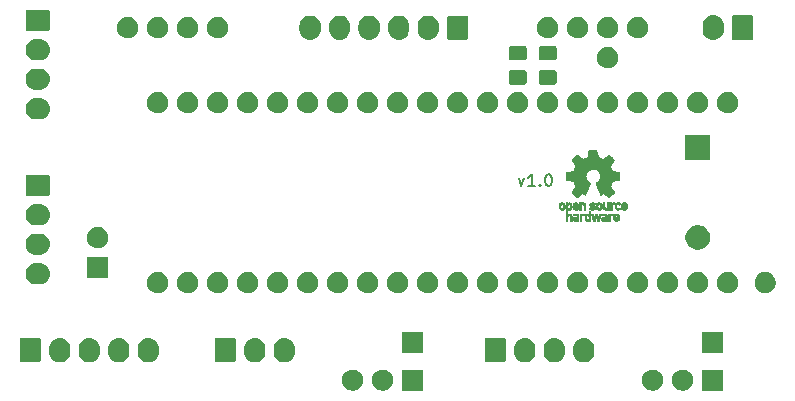
<source format=gbr>
G04 #@! TF.GenerationSoftware,KiCad,Pcbnew,5.1.5-52549c5~86~ubuntu19.04.1*
G04 #@! TF.CreationDate,2020-12-26T14:33:06+01:00*
G04 #@! TF.ProjectId,high-accuracy-logging-volt-ampmeter,68696768-2d61-4636-9375-726163792d6c,v1.0*
G04 #@! TF.SameCoordinates,Original*
G04 #@! TF.FileFunction,Soldermask,Top*
G04 #@! TF.FilePolarity,Negative*
%FSLAX46Y46*%
G04 Gerber Fmt 4.6, Leading zero omitted, Abs format (unit mm)*
G04 Created by KiCad (PCBNEW 5.1.5-52549c5~86~ubuntu19.04.1) date 2020-12-26 14:33:06*
%MOMM*%
%LPD*%
G04 APERTURE LIST*
%ADD10C,0.150000*%
%ADD11C,0.010000*%
%ADD12C,0.100000*%
G04 APERTURE END LIST*
D10*
X152477500Y-89574714D02*
X152715595Y-90241380D01*
X152953690Y-89574714D01*
X153858452Y-90241380D02*
X153287023Y-90241380D01*
X153572738Y-90241380D02*
X153572738Y-89241380D01*
X153477500Y-89384238D01*
X153382261Y-89479476D01*
X153287023Y-89527095D01*
X154287023Y-90146142D02*
X154334642Y-90193761D01*
X154287023Y-90241380D01*
X154239404Y-90193761D01*
X154287023Y-90146142D01*
X154287023Y-90241380D01*
X154953690Y-89241380D02*
X155048928Y-89241380D01*
X155144166Y-89289000D01*
X155191785Y-89336619D01*
X155239404Y-89431857D01*
X155287023Y-89622333D01*
X155287023Y-89860428D01*
X155239404Y-90050904D01*
X155191785Y-90146142D01*
X155144166Y-90193761D01*
X155048928Y-90241380D01*
X154953690Y-90241380D01*
X154858452Y-90193761D01*
X154810833Y-90146142D01*
X154763214Y-90050904D01*
X154715595Y-89860428D01*
X154715595Y-89622333D01*
X154763214Y-89431857D01*
X154810833Y-89336619D01*
X154858452Y-89289000D01*
X154953690Y-89241380D01*
D11*
G36*
X159126964Y-87460018D02*
G01*
X159183812Y-87761570D01*
X159603338Y-87934512D01*
X159854984Y-87763395D01*
X159925458Y-87715750D01*
X159989163Y-87673210D01*
X160043126Y-87637715D01*
X160084373Y-87611210D01*
X160109934Y-87595636D01*
X160116895Y-87592278D01*
X160129435Y-87600914D01*
X160156231Y-87624792D01*
X160194280Y-87660859D01*
X160240579Y-87706067D01*
X160292123Y-87757364D01*
X160345909Y-87811701D01*
X160398935Y-87866028D01*
X160448195Y-87917295D01*
X160490687Y-87962451D01*
X160523407Y-87998446D01*
X160543351Y-88022230D01*
X160548119Y-88030190D01*
X160541257Y-88044865D01*
X160522020Y-88077014D01*
X160492430Y-88123492D01*
X160454510Y-88181156D01*
X160410282Y-88246860D01*
X160384654Y-88284336D01*
X160337941Y-88352768D01*
X160296432Y-88414520D01*
X160262140Y-88466519D01*
X160237080Y-88505692D01*
X160223264Y-88528965D01*
X160221188Y-88533855D01*
X160225895Y-88547755D01*
X160238723Y-88580150D01*
X160257738Y-88626485D01*
X160281003Y-88682206D01*
X160306584Y-88742758D01*
X160332545Y-88803586D01*
X160356950Y-88860136D01*
X160377863Y-88907852D01*
X160393349Y-88942181D01*
X160401472Y-88958568D01*
X160401952Y-88959212D01*
X160414707Y-88962341D01*
X160448677Y-88969321D01*
X160500340Y-88979467D01*
X160566176Y-88992092D01*
X160642664Y-89006509D01*
X160687290Y-89014823D01*
X160769021Y-89030384D01*
X160842843Y-89045192D01*
X160905021Y-89058436D01*
X160951822Y-89069305D01*
X160979509Y-89076989D01*
X160985074Y-89079427D01*
X160990526Y-89095930D01*
X160994924Y-89133200D01*
X160998272Y-89186880D01*
X161000574Y-89252612D01*
X161001832Y-89326037D01*
X161002048Y-89402796D01*
X161001227Y-89478532D01*
X160999371Y-89548886D01*
X160996482Y-89609500D01*
X160992565Y-89656016D01*
X160987622Y-89684075D01*
X160984657Y-89689916D01*
X160966934Y-89696917D01*
X160929381Y-89706927D01*
X160876964Y-89718769D01*
X160814652Y-89731267D01*
X160792900Y-89735310D01*
X160688024Y-89754520D01*
X160605180Y-89769991D01*
X160541630Y-89782337D01*
X160494637Y-89792173D01*
X160461463Y-89800114D01*
X160439371Y-89806776D01*
X160425624Y-89812773D01*
X160417484Y-89818719D01*
X160416345Y-89819894D01*
X160404977Y-89838826D01*
X160387635Y-89875669D01*
X160366050Y-89925913D01*
X160341954Y-89985046D01*
X160317079Y-90048556D01*
X160293157Y-90111932D01*
X160271919Y-90170662D01*
X160255097Y-90220235D01*
X160244422Y-90256139D01*
X160241627Y-90273862D01*
X160241860Y-90274483D01*
X160251331Y-90288970D01*
X160272818Y-90320844D01*
X160304063Y-90366789D01*
X160342807Y-90423485D01*
X160386793Y-90487617D01*
X160399319Y-90505842D01*
X160443984Y-90571914D01*
X160483288Y-90632200D01*
X160515088Y-90683235D01*
X160537245Y-90721560D01*
X160547617Y-90743711D01*
X160548119Y-90746432D01*
X160539405Y-90760736D01*
X160515325Y-90789072D01*
X160478976Y-90828396D01*
X160433453Y-90875661D01*
X160381852Y-90927823D01*
X160327267Y-90981835D01*
X160272794Y-91034653D01*
X160221529Y-91083231D01*
X160176567Y-91124523D01*
X160141004Y-91155485D01*
X160117935Y-91173070D01*
X160111554Y-91175941D01*
X160096699Y-91169178D01*
X160066286Y-91150939D01*
X160025268Y-91124297D01*
X159993709Y-91102852D01*
X159936525Y-91063503D01*
X159868806Y-91017171D01*
X159800880Y-90970913D01*
X159764361Y-90946155D01*
X159640752Y-90862547D01*
X159536991Y-90918650D01*
X159489720Y-90943228D01*
X159449523Y-90962331D01*
X159422326Y-90973227D01*
X159415402Y-90974743D01*
X159407077Y-90963549D01*
X159390654Y-90931917D01*
X159367357Y-90882765D01*
X159338414Y-90819010D01*
X159305050Y-90743571D01*
X159268491Y-90659364D01*
X159229964Y-90569308D01*
X159190694Y-90476321D01*
X159151908Y-90383320D01*
X159114830Y-90293223D01*
X159080689Y-90208948D01*
X159050708Y-90133413D01*
X159026116Y-90069534D01*
X159008136Y-90020231D01*
X158997997Y-89988421D01*
X158996366Y-89977496D01*
X159009291Y-89963561D01*
X159037589Y-89940940D01*
X159075346Y-89914333D01*
X159078515Y-89912228D01*
X159176100Y-89834114D01*
X159254786Y-89742982D01*
X159313891Y-89641745D01*
X159352732Y-89533318D01*
X159370628Y-89420614D01*
X159366897Y-89306548D01*
X159340857Y-89194034D01*
X159291825Y-89085985D01*
X159277400Y-89062345D01*
X159202369Y-88966887D01*
X159113730Y-88890232D01*
X159014549Y-88832780D01*
X158907895Y-88794929D01*
X158796836Y-88777078D01*
X158684439Y-88779625D01*
X158573773Y-88802970D01*
X158467906Y-88847510D01*
X158369905Y-88913645D01*
X158339590Y-88940487D01*
X158262438Y-89024512D01*
X158206218Y-89112966D01*
X158167653Y-89212115D01*
X158146174Y-89310303D01*
X158140872Y-89420697D01*
X158158552Y-89531640D01*
X158197419Y-89639381D01*
X158255677Y-89740169D01*
X158331531Y-89830256D01*
X158423183Y-89905892D01*
X158435228Y-89913864D01*
X158473389Y-89939974D01*
X158502399Y-89962595D01*
X158516268Y-89977039D01*
X158516469Y-89977496D01*
X158513492Y-89993121D01*
X158501689Y-90028582D01*
X158482286Y-90080962D01*
X158456512Y-90147345D01*
X158425591Y-90224814D01*
X158390751Y-90310450D01*
X158353217Y-90401337D01*
X158314217Y-90494559D01*
X158274977Y-90587197D01*
X158236724Y-90676335D01*
X158200683Y-90759055D01*
X158168083Y-90832441D01*
X158140148Y-90893575D01*
X158118105Y-90939541D01*
X158103182Y-90967421D01*
X158097172Y-90974743D01*
X158078809Y-90969041D01*
X158044448Y-90953749D01*
X158000016Y-90931599D01*
X157975583Y-90918650D01*
X157871822Y-90862547D01*
X157748213Y-90946155D01*
X157685114Y-90988987D01*
X157616030Y-91036122D01*
X157551293Y-91080503D01*
X157518866Y-91102852D01*
X157473259Y-91133477D01*
X157434640Y-91157747D01*
X157408048Y-91172587D01*
X157399410Y-91175724D01*
X157386839Y-91167261D01*
X157359016Y-91143636D01*
X157318639Y-91107302D01*
X157268405Y-91060711D01*
X157211012Y-91006317D01*
X157174714Y-90971392D01*
X157111210Y-90908996D01*
X157056327Y-90853188D01*
X157012286Y-90806354D01*
X156981305Y-90770882D01*
X156965602Y-90749161D01*
X156964095Y-90744752D01*
X156971086Y-90727985D01*
X156990406Y-90694082D01*
X157019909Y-90646476D01*
X157057455Y-90588599D01*
X157100900Y-90523884D01*
X157113255Y-90505842D01*
X157158273Y-90440267D01*
X157198660Y-90381228D01*
X157232160Y-90332042D01*
X157256514Y-90296028D01*
X157269464Y-90276502D01*
X157270715Y-90274483D01*
X157268844Y-90258922D01*
X157258913Y-90224709D01*
X157242653Y-90176355D01*
X157221795Y-90118371D01*
X157198073Y-90055270D01*
X157173216Y-89991563D01*
X157148958Y-89931761D01*
X157127029Y-89880376D01*
X157109162Y-89841919D01*
X157097087Y-89820902D01*
X157096229Y-89819894D01*
X157088846Y-89813888D01*
X157076375Y-89807948D01*
X157056080Y-89801460D01*
X157025222Y-89793809D01*
X156981066Y-89784380D01*
X156920874Y-89772559D01*
X156841907Y-89757729D01*
X156741430Y-89739277D01*
X156719675Y-89735310D01*
X156655198Y-89722853D01*
X156598989Y-89710666D01*
X156556013Y-89699926D01*
X156531240Y-89691809D01*
X156527918Y-89689916D01*
X156522444Y-89673138D01*
X156517994Y-89635645D01*
X156514572Y-89581794D01*
X156512181Y-89515944D01*
X156510823Y-89442453D01*
X156510501Y-89365680D01*
X156511219Y-89289983D01*
X156512979Y-89219720D01*
X156515784Y-89159250D01*
X156519638Y-89112930D01*
X156524543Y-89085119D01*
X156527500Y-89079427D01*
X156543963Y-89073686D01*
X156581449Y-89064345D01*
X156636225Y-89052215D01*
X156704555Y-89038107D01*
X156782706Y-89022830D01*
X156825284Y-89014823D01*
X156906071Y-88999721D01*
X156978113Y-88986040D01*
X157037889Y-88974467D01*
X157081879Y-88965687D01*
X157106561Y-88960387D01*
X157110623Y-88959212D01*
X157117489Y-88945965D01*
X157132002Y-88914057D01*
X157152229Y-88868047D01*
X157176234Y-88812492D01*
X157202082Y-88751953D01*
X157227840Y-88690986D01*
X157251573Y-88634151D01*
X157271346Y-88586006D01*
X157285224Y-88551110D01*
X157291274Y-88534021D01*
X157291386Y-88533274D01*
X157284528Y-88519793D01*
X157265302Y-88488770D01*
X157235728Y-88443289D01*
X157197827Y-88386432D01*
X157153620Y-88321283D01*
X157127921Y-88283862D01*
X157081093Y-88215247D01*
X157039501Y-88152952D01*
X157005175Y-88100129D01*
X156980143Y-88059927D01*
X156966435Y-88035500D01*
X156964456Y-88030024D01*
X156972966Y-88017278D01*
X156996493Y-87990063D01*
X157032032Y-87951428D01*
X157076577Y-87904423D01*
X157127123Y-87852095D01*
X157180664Y-87797495D01*
X157234195Y-87743670D01*
X157284711Y-87693670D01*
X157329206Y-87650543D01*
X157364675Y-87617339D01*
X157388113Y-87597106D01*
X157395954Y-87592278D01*
X157408720Y-87599067D01*
X157439256Y-87618142D01*
X157484590Y-87647561D01*
X157541756Y-87685381D01*
X157607784Y-87729661D01*
X157657590Y-87763395D01*
X157909236Y-87934512D01*
X158118999Y-87848041D01*
X158328763Y-87761570D01*
X158385611Y-87460018D01*
X158442460Y-87158466D01*
X159070115Y-87158466D01*
X159126964Y-87460018D01*
G37*
X159126964Y-87460018D02*
X159183812Y-87761570D01*
X159603338Y-87934512D01*
X159854984Y-87763395D01*
X159925458Y-87715750D01*
X159989163Y-87673210D01*
X160043126Y-87637715D01*
X160084373Y-87611210D01*
X160109934Y-87595636D01*
X160116895Y-87592278D01*
X160129435Y-87600914D01*
X160156231Y-87624792D01*
X160194280Y-87660859D01*
X160240579Y-87706067D01*
X160292123Y-87757364D01*
X160345909Y-87811701D01*
X160398935Y-87866028D01*
X160448195Y-87917295D01*
X160490687Y-87962451D01*
X160523407Y-87998446D01*
X160543351Y-88022230D01*
X160548119Y-88030190D01*
X160541257Y-88044865D01*
X160522020Y-88077014D01*
X160492430Y-88123492D01*
X160454510Y-88181156D01*
X160410282Y-88246860D01*
X160384654Y-88284336D01*
X160337941Y-88352768D01*
X160296432Y-88414520D01*
X160262140Y-88466519D01*
X160237080Y-88505692D01*
X160223264Y-88528965D01*
X160221188Y-88533855D01*
X160225895Y-88547755D01*
X160238723Y-88580150D01*
X160257738Y-88626485D01*
X160281003Y-88682206D01*
X160306584Y-88742758D01*
X160332545Y-88803586D01*
X160356950Y-88860136D01*
X160377863Y-88907852D01*
X160393349Y-88942181D01*
X160401472Y-88958568D01*
X160401952Y-88959212D01*
X160414707Y-88962341D01*
X160448677Y-88969321D01*
X160500340Y-88979467D01*
X160566176Y-88992092D01*
X160642664Y-89006509D01*
X160687290Y-89014823D01*
X160769021Y-89030384D01*
X160842843Y-89045192D01*
X160905021Y-89058436D01*
X160951822Y-89069305D01*
X160979509Y-89076989D01*
X160985074Y-89079427D01*
X160990526Y-89095930D01*
X160994924Y-89133200D01*
X160998272Y-89186880D01*
X161000574Y-89252612D01*
X161001832Y-89326037D01*
X161002048Y-89402796D01*
X161001227Y-89478532D01*
X160999371Y-89548886D01*
X160996482Y-89609500D01*
X160992565Y-89656016D01*
X160987622Y-89684075D01*
X160984657Y-89689916D01*
X160966934Y-89696917D01*
X160929381Y-89706927D01*
X160876964Y-89718769D01*
X160814652Y-89731267D01*
X160792900Y-89735310D01*
X160688024Y-89754520D01*
X160605180Y-89769991D01*
X160541630Y-89782337D01*
X160494637Y-89792173D01*
X160461463Y-89800114D01*
X160439371Y-89806776D01*
X160425624Y-89812773D01*
X160417484Y-89818719D01*
X160416345Y-89819894D01*
X160404977Y-89838826D01*
X160387635Y-89875669D01*
X160366050Y-89925913D01*
X160341954Y-89985046D01*
X160317079Y-90048556D01*
X160293157Y-90111932D01*
X160271919Y-90170662D01*
X160255097Y-90220235D01*
X160244422Y-90256139D01*
X160241627Y-90273862D01*
X160241860Y-90274483D01*
X160251331Y-90288970D01*
X160272818Y-90320844D01*
X160304063Y-90366789D01*
X160342807Y-90423485D01*
X160386793Y-90487617D01*
X160399319Y-90505842D01*
X160443984Y-90571914D01*
X160483288Y-90632200D01*
X160515088Y-90683235D01*
X160537245Y-90721560D01*
X160547617Y-90743711D01*
X160548119Y-90746432D01*
X160539405Y-90760736D01*
X160515325Y-90789072D01*
X160478976Y-90828396D01*
X160433453Y-90875661D01*
X160381852Y-90927823D01*
X160327267Y-90981835D01*
X160272794Y-91034653D01*
X160221529Y-91083231D01*
X160176567Y-91124523D01*
X160141004Y-91155485D01*
X160117935Y-91173070D01*
X160111554Y-91175941D01*
X160096699Y-91169178D01*
X160066286Y-91150939D01*
X160025268Y-91124297D01*
X159993709Y-91102852D01*
X159936525Y-91063503D01*
X159868806Y-91017171D01*
X159800880Y-90970913D01*
X159764361Y-90946155D01*
X159640752Y-90862547D01*
X159536991Y-90918650D01*
X159489720Y-90943228D01*
X159449523Y-90962331D01*
X159422326Y-90973227D01*
X159415402Y-90974743D01*
X159407077Y-90963549D01*
X159390654Y-90931917D01*
X159367357Y-90882765D01*
X159338414Y-90819010D01*
X159305050Y-90743571D01*
X159268491Y-90659364D01*
X159229964Y-90569308D01*
X159190694Y-90476321D01*
X159151908Y-90383320D01*
X159114830Y-90293223D01*
X159080689Y-90208948D01*
X159050708Y-90133413D01*
X159026116Y-90069534D01*
X159008136Y-90020231D01*
X158997997Y-89988421D01*
X158996366Y-89977496D01*
X159009291Y-89963561D01*
X159037589Y-89940940D01*
X159075346Y-89914333D01*
X159078515Y-89912228D01*
X159176100Y-89834114D01*
X159254786Y-89742982D01*
X159313891Y-89641745D01*
X159352732Y-89533318D01*
X159370628Y-89420614D01*
X159366897Y-89306548D01*
X159340857Y-89194034D01*
X159291825Y-89085985D01*
X159277400Y-89062345D01*
X159202369Y-88966887D01*
X159113730Y-88890232D01*
X159014549Y-88832780D01*
X158907895Y-88794929D01*
X158796836Y-88777078D01*
X158684439Y-88779625D01*
X158573773Y-88802970D01*
X158467906Y-88847510D01*
X158369905Y-88913645D01*
X158339590Y-88940487D01*
X158262438Y-89024512D01*
X158206218Y-89112966D01*
X158167653Y-89212115D01*
X158146174Y-89310303D01*
X158140872Y-89420697D01*
X158158552Y-89531640D01*
X158197419Y-89639381D01*
X158255677Y-89740169D01*
X158331531Y-89830256D01*
X158423183Y-89905892D01*
X158435228Y-89913864D01*
X158473389Y-89939974D01*
X158502399Y-89962595D01*
X158516268Y-89977039D01*
X158516469Y-89977496D01*
X158513492Y-89993121D01*
X158501689Y-90028582D01*
X158482286Y-90080962D01*
X158456512Y-90147345D01*
X158425591Y-90224814D01*
X158390751Y-90310450D01*
X158353217Y-90401337D01*
X158314217Y-90494559D01*
X158274977Y-90587197D01*
X158236724Y-90676335D01*
X158200683Y-90759055D01*
X158168083Y-90832441D01*
X158140148Y-90893575D01*
X158118105Y-90939541D01*
X158103182Y-90967421D01*
X158097172Y-90974743D01*
X158078809Y-90969041D01*
X158044448Y-90953749D01*
X158000016Y-90931599D01*
X157975583Y-90918650D01*
X157871822Y-90862547D01*
X157748213Y-90946155D01*
X157685114Y-90988987D01*
X157616030Y-91036122D01*
X157551293Y-91080503D01*
X157518866Y-91102852D01*
X157473259Y-91133477D01*
X157434640Y-91157747D01*
X157408048Y-91172587D01*
X157399410Y-91175724D01*
X157386839Y-91167261D01*
X157359016Y-91143636D01*
X157318639Y-91107302D01*
X157268405Y-91060711D01*
X157211012Y-91006317D01*
X157174714Y-90971392D01*
X157111210Y-90908996D01*
X157056327Y-90853188D01*
X157012286Y-90806354D01*
X156981305Y-90770882D01*
X156965602Y-90749161D01*
X156964095Y-90744752D01*
X156971086Y-90727985D01*
X156990406Y-90694082D01*
X157019909Y-90646476D01*
X157057455Y-90588599D01*
X157100900Y-90523884D01*
X157113255Y-90505842D01*
X157158273Y-90440267D01*
X157198660Y-90381228D01*
X157232160Y-90332042D01*
X157256514Y-90296028D01*
X157269464Y-90276502D01*
X157270715Y-90274483D01*
X157268844Y-90258922D01*
X157258913Y-90224709D01*
X157242653Y-90176355D01*
X157221795Y-90118371D01*
X157198073Y-90055270D01*
X157173216Y-89991563D01*
X157148958Y-89931761D01*
X157127029Y-89880376D01*
X157109162Y-89841919D01*
X157097087Y-89820902D01*
X157096229Y-89819894D01*
X157088846Y-89813888D01*
X157076375Y-89807948D01*
X157056080Y-89801460D01*
X157025222Y-89793809D01*
X156981066Y-89784380D01*
X156920874Y-89772559D01*
X156841907Y-89757729D01*
X156741430Y-89739277D01*
X156719675Y-89735310D01*
X156655198Y-89722853D01*
X156598989Y-89710666D01*
X156556013Y-89699926D01*
X156531240Y-89691809D01*
X156527918Y-89689916D01*
X156522444Y-89673138D01*
X156517994Y-89635645D01*
X156514572Y-89581794D01*
X156512181Y-89515944D01*
X156510823Y-89442453D01*
X156510501Y-89365680D01*
X156511219Y-89289983D01*
X156512979Y-89219720D01*
X156515784Y-89159250D01*
X156519638Y-89112930D01*
X156524543Y-89085119D01*
X156527500Y-89079427D01*
X156543963Y-89073686D01*
X156581449Y-89064345D01*
X156636225Y-89052215D01*
X156704555Y-89038107D01*
X156782706Y-89022830D01*
X156825284Y-89014823D01*
X156906071Y-88999721D01*
X156978113Y-88986040D01*
X157037889Y-88974467D01*
X157081879Y-88965687D01*
X157106561Y-88960387D01*
X157110623Y-88959212D01*
X157117489Y-88945965D01*
X157132002Y-88914057D01*
X157152229Y-88868047D01*
X157176234Y-88812492D01*
X157202082Y-88751953D01*
X157227840Y-88690986D01*
X157251573Y-88634151D01*
X157271346Y-88586006D01*
X157285224Y-88551110D01*
X157291274Y-88534021D01*
X157291386Y-88533274D01*
X157284528Y-88519793D01*
X157265302Y-88488770D01*
X157235728Y-88443289D01*
X157197827Y-88386432D01*
X157153620Y-88321283D01*
X157127921Y-88283862D01*
X157081093Y-88215247D01*
X157039501Y-88152952D01*
X157005175Y-88100129D01*
X156980143Y-88059927D01*
X156966435Y-88035500D01*
X156964456Y-88030024D01*
X156972966Y-88017278D01*
X156996493Y-87990063D01*
X157032032Y-87951428D01*
X157076577Y-87904423D01*
X157127123Y-87852095D01*
X157180664Y-87797495D01*
X157234195Y-87743670D01*
X157284711Y-87693670D01*
X157329206Y-87650543D01*
X157364675Y-87617339D01*
X157388113Y-87597106D01*
X157395954Y-87592278D01*
X157408720Y-87599067D01*
X157439256Y-87618142D01*
X157484590Y-87647561D01*
X157541756Y-87685381D01*
X157607784Y-87729661D01*
X157657590Y-87763395D01*
X157909236Y-87934512D01*
X158118999Y-87848041D01*
X158328763Y-87761570D01*
X158385611Y-87460018D01*
X158442460Y-87158466D01*
X159070115Y-87158466D01*
X159126964Y-87460018D01*
G36*
X160549460Y-91628030D02*
G01*
X160592711Y-91641245D01*
X160620558Y-91657941D01*
X160629629Y-91671145D01*
X160627132Y-91686797D01*
X160610931Y-91711385D01*
X160597232Y-91728800D01*
X160568992Y-91760283D01*
X160547775Y-91773529D01*
X160529688Y-91772664D01*
X160476035Y-91759010D01*
X160436630Y-91759630D01*
X160404632Y-91775104D01*
X160393890Y-91784161D01*
X160359505Y-91816027D01*
X160359505Y-92232179D01*
X160221188Y-92232179D01*
X160221188Y-91628614D01*
X160290347Y-91628614D01*
X160331869Y-91630256D01*
X160353291Y-91636087D01*
X160359502Y-91647461D01*
X160359505Y-91647798D01*
X160362439Y-91659713D01*
X160375704Y-91658159D01*
X160394084Y-91649563D01*
X160432046Y-91633568D01*
X160462872Y-91623945D01*
X160502536Y-91621478D01*
X160549460Y-91628030D01*
G37*
X160549460Y-91628030D02*
X160592711Y-91641245D01*
X160620558Y-91657941D01*
X160629629Y-91671145D01*
X160627132Y-91686797D01*
X160610931Y-91711385D01*
X160597232Y-91728800D01*
X160568992Y-91760283D01*
X160547775Y-91773529D01*
X160529688Y-91772664D01*
X160476035Y-91759010D01*
X160436630Y-91759630D01*
X160404632Y-91775104D01*
X160393890Y-91784161D01*
X160359505Y-91816027D01*
X160359505Y-92232179D01*
X160221188Y-92232179D01*
X160221188Y-91628614D01*
X160290347Y-91628614D01*
X160331869Y-91630256D01*
X160353291Y-91636087D01*
X160359502Y-91647461D01*
X160359505Y-91647798D01*
X160362439Y-91659713D01*
X160375704Y-91658159D01*
X160394084Y-91649563D01*
X160432046Y-91633568D01*
X160462872Y-91623945D01*
X160502536Y-91621478D01*
X160549460Y-91628030D01*
G36*
X157995988Y-91639002D02*
G01*
X158027283Y-91653950D01*
X158057591Y-91675541D01*
X158080682Y-91700391D01*
X158097500Y-91732087D01*
X158108994Y-91774214D01*
X158116109Y-91830358D01*
X158119793Y-91904106D01*
X158120992Y-91999044D01*
X158121011Y-92008985D01*
X158121287Y-92232179D01*
X157982970Y-92232179D01*
X157982970Y-92026418D01*
X157982872Y-91950189D01*
X157982191Y-91894939D01*
X157980349Y-91856501D01*
X157976767Y-91830706D01*
X157970868Y-91813384D01*
X157962073Y-91800368D01*
X157949820Y-91787507D01*
X157906953Y-91759873D01*
X157860157Y-91754745D01*
X157815576Y-91772217D01*
X157800072Y-91785221D01*
X157788690Y-91797447D01*
X157780519Y-91810540D01*
X157775026Y-91828615D01*
X157771680Y-91855787D01*
X157769949Y-91896170D01*
X157769303Y-91953879D01*
X157769208Y-92024132D01*
X157769208Y-92232179D01*
X157630891Y-92232179D01*
X157630891Y-91628614D01*
X157700050Y-91628614D01*
X157741572Y-91630256D01*
X157762994Y-91636087D01*
X157769205Y-91647461D01*
X157769208Y-91647798D01*
X157772090Y-91658938D01*
X157784801Y-91657674D01*
X157810074Y-91645434D01*
X157867395Y-91627424D01*
X157932963Y-91625421D01*
X157995988Y-91639002D01*
G37*
X157995988Y-91639002D02*
X158027283Y-91653950D01*
X158057591Y-91675541D01*
X158080682Y-91700391D01*
X158097500Y-91732087D01*
X158108994Y-91774214D01*
X158116109Y-91830358D01*
X158119793Y-91904106D01*
X158120992Y-91999044D01*
X158121011Y-92008985D01*
X158121287Y-92232179D01*
X157982970Y-92232179D01*
X157982970Y-92026418D01*
X157982872Y-91950189D01*
X157982191Y-91894939D01*
X157980349Y-91856501D01*
X157976767Y-91830706D01*
X157970868Y-91813384D01*
X157962073Y-91800368D01*
X157949820Y-91787507D01*
X157906953Y-91759873D01*
X157860157Y-91754745D01*
X157815576Y-91772217D01*
X157800072Y-91785221D01*
X157788690Y-91797447D01*
X157780519Y-91810540D01*
X157775026Y-91828615D01*
X157771680Y-91855787D01*
X157769949Y-91896170D01*
X157769303Y-91953879D01*
X157769208Y-92024132D01*
X157769208Y-92232179D01*
X157630891Y-92232179D01*
X157630891Y-91628614D01*
X157700050Y-91628614D01*
X157741572Y-91630256D01*
X157762994Y-91636087D01*
X157769205Y-91647461D01*
X157769208Y-91647798D01*
X157772090Y-91658938D01*
X157784801Y-91657674D01*
X157810074Y-91645434D01*
X157867395Y-91627424D01*
X157932963Y-91625421D01*
X157995988Y-91639002D01*
G36*
X161427898Y-91626457D02*
G01*
X161460096Y-91634279D01*
X161521825Y-91662921D01*
X161574610Y-91706667D01*
X161611141Y-91759117D01*
X161616160Y-91770893D01*
X161623045Y-91801740D01*
X161627864Y-91847371D01*
X161629505Y-91893492D01*
X161629505Y-91980693D01*
X161447178Y-91980693D01*
X161371979Y-91980978D01*
X161319003Y-91982704D01*
X161285325Y-91987181D01*
X161268020Y-91995720D01*
X161264163Y-92009630D01*
X161270829Y-92030222D01*
X161282770Y-92054315D01*
X161316080Y-92094525D01*
X161362368Y-92114558D01*
X161418944Y-92113905D01*
X161483031Y-92092101D01*
X161538417Y-92065193D01*
X161584375Y-92101532D01*
X161630333Y-92137872D01*
X161587096Y-92177819D01*
X161529374Y-92215563D01*
X161458386Y-92238320D01*
X161382029Y-92244688D01*
X161308199Y-92233268D01*
X161296287Y-92229393D01*
X161231399Y-92195506D01*
X161183130Y-92144986D01*
X161150465Y-92076325D01*
X161132385Y-91988014D01*
X161132175Y-91986121D01*
X161130556Y-91889878D01*
X161137100Y-91855542D01*
X161264852Y-91855542D01*
X161276584Y-91860822D01*
X161308438Y-91864867D01*
X161355397Y-91867176D01*
X161385154Y-91867525D01*
X161440648Y-91867306D01*
X161475346Y-91865916D01*
X161493601Y-91862251D01*
X161499766Y-91855210D01*
X161498195Y-91843690D01*
X161496878Y-91839233D01*
X161474382Y-91797355D01*
X161439003Y-91763604D01*
X161407780Y-91748773D01*
X161366301Y-91749668D01*
X161324269Y-91768164D01*
X161289012Y-91798786D01*
X161267854Y-91836062D01*
X161264852Y-91855542D01*
X161137100Y-91855542D01*
X161146690Y-91805229D01*
X161178698Y-91734191D01*
X161224701Y-91678779D01*
X161282821Y-91641009D01*
X161351180Y-91622896D01*
X161427898Y-91626457D01*
G37*
X161427898Y-91626457D02*
X161460096Y-91634279D01*
X161521825Y-91662921D01*
X161574610Y-91706667D01*
X161611141Y-91759117D01*
X161616160Y-91770893D01*
X161623045Y-91801740D01*
X161627864Y-91847371D01*
X161629505Y-91893492D01*
X161629505Y-91980693D01*
X161447178Y-91980693D01*
X161371979Y-91980978D01*
X161319003Y-91982704D01*
X161285325Y-91987181D01*
X161268020Y-91995720D01*
X161264163Y-92009630D01*
X161270829Y-92030222D01*
X161282770Y-92054315D01*
X161316080Y-92094525D01*
X161362368Y-92114558D01*
X161418944Y-92113905D01*
X161483031Y-92092101D01*
X161538417Y-92065193D01*
X161584375Y-92101532D01*
X161630333Y-92137872D01*
X161587096Y-92177819D01*
X161529374Y-92215563D01*
X161458386Y-92238320D01*
X161382029Y-92244688D01*
X161308199Y-92233268D01*
X161296287Y-92229393D01*
X161231399Y-92195506D01*
X161183130Y-92144986D01*
X161150465Y-92076325D01*
X161132385Y-91988014D01*
X161132175Y-91986121D01*
X161130556Y-91889878D01*
X161137100Y-91855542D01*
X161264852Y-91855542D01*
X161276584Y-91860822D01*
X161308438Y-91864867D01*
X161355397Y-91867176D01*
X161385154Y-91867525D01*
X161440648Y-91867306D01*
X161475346Y-91865916D01*
X161493601Y-91862251D01*
X161499766Y-91855210D01*
X161498195Y-91843690D01*
X161496878Y-91839233D01*
X161474382Y-91797355D01*
X161439003Y-91763604D01*
X161407780Y-91748773D01*
X161366301Y-91749668D01*
X161324269Y-91768164D01*
X161289012Y-91798786D01*
X161267854Y-91836062D01*
X161264852Y-91855542D01*
X161137100Y-91855542D01*
X161146690Y-91805229D01*
X161178698Y-91734191D01*
X161224701Y-91678779D01*
X161282821Y-91641009D01*
X161351180Y-91622896D01*
X161427898Y-91626457D01*
G36*
X160967226Y-91633880D02*
G01*
X161040080Y-91664830D01*
X161063027Y-91679895D01*
X161092354Y-91703048D01*
X161110764Y-91721253D01*
X161113961Y-91727183D01*
X161104935Y-91740340D01*
X161081837Y-91762667D01*
X161063344Y-91778250D01*
X161012728Y-91818926D01*
X160972760Y-91785295D01*
X160941874Y-91763584D01*
X160911759Y-91756090D01*
X160877292Y-91757920D01*
X160822561Y-91771528D01*
X160784886Y-91799772D01*
X160761991Y-91845433D01*
X160751597Y-91911289D01*
X160751595Y-91911331D01*
X160752494Y-91984939D01*
X160766463Y-92038946D01*
X160794328Y-92075716D01*
X160813325Y-92088168D01*
X160863776Y-92103673D01*
X160917663Y-92103683D01*
X160964546Y-92088638D01*
X160975644Y-92081287D01*
X161003476Y-92062511D01*
X161025236Y-92059434D01*
X161048704Y-92073409D01*
X161074649Y-92098510D01*
X161115716Y-92140880D01*
X161070121Y-92178464D01*
X160999674Y-92220882D01*
X160920233Y-92241785D01*
X160837215Y-92240272D01*
X160782694Y-92226411D01*
X160718970Y-92192135D01*
X160668005Y-92138212D01*
X160644851Y-92100149D01*
X160626099Y-92045536D01*
X160616715Y-91976369D01*
X160616643Y-91901407D01*
X160625824Y-91829409D01*
X160644199Y-91769137D01*
X160647093Y-91762958D01*
X160689952Y-91702351D01*
X160747979Y-91658224D01*
X160816591Y-91631493D01*
X160891201Y-91623073D01*
X160967226Y-91633880D01*
G37*
X160967226Y-91633880D02*
X161040080Y-91664830D01*
X161063027Y-91679895D01*
X161092354Y-91703048D01*
X161110764Y-91721253D01*
X161113961Y-91727183D01*
X161104935Y-91740340D01*
X161081837Y-91762667D01*
X161063344Y-91778250D01*
X161012728Y-91818926D01*
X160972760Y-91785295D01*
X160941874Y-91763584D01*
X160911759Y-91756090D01*
X160877292Y-91757920D01*
X160822561Y-91771528D01*
X160784886Y-91799772D01*
X160761991Y-91845433D01*
X160751597Y-91911289D01*
X160751595Y-91911331D01*
X160752494Y-91984939D01*
X160766463Y-92038946D01*
X160794328Y-92075716D01*
X160813325Y-92088168D01*
X160863776Y-92103673D01*
X160917663Y-92103683D01*
X160964546Y-92088638D01*
X160975644Y-92081287D01*
X161003476Y-92062511D01*
X161025236Y-92059434D01*
X161048704Y-92073409D01*
X161074649Y-92098510D01*
X161115716Y-92140880D01*
X161070121Y-92178464D01*
X160999674Y-92220882D01*
X160920233Y-92241785D01*
X160837215Y-92240272D01*
X160782694Y-92226411D01*
X160718970Y-92192135D01*
X160668005Y-92138212D01*
X160644851Y-92100149D01*
X160626099Y-92045536D01*
X160616715Y-91976369D01*
X160616643Y-91901407D01*
X160625824Y-91829409D01*
X160644199Y-91769137D01*
X160647093Y-91762958D01*
X160689952Y-91702351D01*
X160747979Y-91658224D01*
X160816591Y-91631493D01*
X160891201Y-91623073D01*
X160967226Y-91633880D01*
G36*
X159743367Y-91824342D02*
G01*
X159744555Y-91916563D01*
X159748897Y-91986610D01*
X159757558Y-92037381D01*
X159771704Y-92071772D01*
X159792500Y-92092679D01*
X159821110Y-92103000D01*
X159856535Y-92105636D01*
X159893636Y-92102682D01*
X159921818Y-92091889D01*
X159942243Y-92070360D01*
X159956079Y-92035199D01*
X159964491Y-91983510D01*
X159968643Y-91912394D01*
X159969703Y-91824342D01*
X159969703Y-91628614D01*
X160108020Y-91628614D01*
X160108020Y-92232179D01*
X160038862Y-92232179D01*
X159997170Y-92230489D01*
X159975701Y-92224556D01*
X159969703Y-92213293D01*
X159966091Y-92203261D01*
X159951714Y-92205383D01*
X159922736Y-92219580D01*
X159856319Y-92241480D01*
X159785875Y-92239928D01*
X159718377Y-92216147D01*
X159686233Y-92197362D01*
X159661715Y-92177022D01*
X159643804Y-92151573D01*
X159631479Y-92117458D01*
X159623723Y-92071121D01*
X159619516Y-92009007D01*
X159617840Y-91927561D01*
X159617624Y-91864578D01*
X159617624Y-91628614D01*
X159743367Y-91628614D01*
X159743367Y-91824342D01*
G37*
X159743367Y-91824342D02*
X159744555Y-91916563D01*
X159748897Y-91986610D01*
X159757558Y-92037381D01*
X159771704Y-92071772D01*
X159792500Y-92092679D01*
X159821110Y-92103000D01*
X159856535Y-92105636D01*
X159893636Y-92102682D01*
X159921818Y-92091889D01*
X159942243Y-92070360D01*
X159956079Y-92035199D01*
X159964491Y-91983510D01*
X159968643Y-91912394D01*
X159969703Y-91824342D01*
X159969703Y-91628614D01*
X160108020Y-91628614D01*
X160108020Y-92232179D01*
X160038862Y-92232179D01*
X159997170Y-92230489D01*
X159975701Y-92224556D01*
X159969703Y-92213293D01*
X159966091Y-92203261D01*
X159951714Y-92205383D01*
X159922736Y-92219580D01*
X159856319Y-92241480D01*
X159785875Y-92239928D01*
X159718377Y-92216147D01*
X159686233Y-92197362D01*
X159661715Y-92177022D01*
X159643804Y-92151573D01*
X159631479Y-92117458D01*
X159623723Y-92071121D01*
X159619516Y-92009007D01*
X159617840Y-91927561D01*
X159617624Y-91864578D01*
X159617624Y-91628614D01*
X159743367Y-91628614D01*
X159743367Y-91824342D01*
G36*
X159360762Y-91636055D02*
G01*
X159424363Y-91670692D01*
X159474123Y-91725372D01*
X159497568Y-91769842D01*
X159507634Y-91809121D01*
X159514156Y-91865116D01*
X159516951Y-91929621D01*
X159515836Y-91994429D01*
X159510626Y-92051334D01*
X159504541Y-92081727D01*
X159484014Y-92123306D01*
X159448463Y-92167468D01*
X159405619Y-92206087D01*
X159363211Y-92231034D01*
X159362177Y-92231430D01*
X159309553Y-92242331D01*
X159247188Y-92242601D01*
X159187924Y-92232676D01*
X159165040Y-92224722D01*
X159106102Y-92191300D01*
X159063890Y-92147511D01*
X159036156Y-92089538D01*
X159020651Y-92013565D01*
X159017143Y-91973771D01*
X159017590Y-91923766D01*
X159152376Y-91923766D01*
X159156917Y-91996732D01*
X159169986Y-92052334D01*
X159190756Y-92087861D01*
X159205552Y-92098020D01*
X159243464Y-92105104D01*
X159288527Y-92103007D01*
X159327487Y-92092812D01*
X159337704Y-92087204D01*
X159364659Y-92054538D01*
X159382451Y-92004545D01*
X159390024Y-91943705D01*
X159386325Y-91878497D01*
X159378057Y-91839253D01*
X159354320Y-91793805D01*
X159316849Y-91765396D01*
X159271720Y-91755573D01*
X159225011Y-91765887D01*
X159189132Y-91791112D01*
X159170277Y-91811925D01*
X159159272Y-91832439D01*
X159154026Y-91860203D01*
X159152449Y-91902762D01*
X159152376Y-91923766D01*
X159017590Y-91923766D01*
X159018094Y-91867580D01*
X159035388Y-91780501D01*
X159069029Y-91712530D01*
X159119018Y-91663664D01*
X159185356Y-91633899D01*
X159199601Y-91630448D01*
X159285210Y-91622345D01*
X159360762Y-91636055D01*
G37*
X159360762Y-91636055D02*
X159424363Y-91670692D01*
X159474123Y-91725372D01*
X159497568Y-91769842D01*
X159507634Y-91809121D01*
X159514156Y-91865116D01*
X159516951Y-91929621D01*
X159515836Y-91994429D01*
X159510626Y-92051334D01*
X159504541Y-92081727D01*
X159484014Y-92123306D01*
X159448463Y-92167468D01*
X159405619Y-92206087D01*
X159363211Y-92231034D01*
X159362177Y-92231430D01*
X159309553Y-92242331D01*
X159247188Y-92242601D01*
X159187924Y-92232676D01*
X159165040Y-92224722D01*
X159106102Y-92191300D01*
X159063890Y-92147511D01*
X159036156Y-92089538D01*
X159020651Y-92013565D01*
X159017143Y-91973771D01*
X159017590Y-91923766D01*
X159152376Y-91923766D01*
X159156917Y-91996732D01*
X159169986Y-92052334D01*
X159190756Y-92087861D01*
X159205552Y-92098020D01*
X159243464Y-92105104D01*
X159288527Y-92103007D01*
X159327487Y-92092812D01*
X159337704Y-92087204D01*
X159364659Y-92054538D01*
X159382451Y-92004545D01*
X159390024Y-91943705D01*
X159386325Y-91878497D01*
X159378057Y-91839253D01*
X159354320Y-91793805D01*
X159316849Y-91765396D01*
X159271720Y-91755573D01*
X159225011Y-91765887D01*
X159189132Y-91791112D01*
X159170277Y-91811925D01*
X159159272Y-91832439D01*
X159154026Y-91860203D01*
X159152449Y-91902762D01*
X159152376Y-91923766D01*
X159017590Y-91923766D01*
X159018094Y-91867580D01*
X159035388Y-91780501D01*
X159069029Y-91712530D01*
X159119018Y-91663664D01*
X159185356Y-91633899D01*
X159199601Y-91630448D01*
X159285210Y-91622345D01*
X159360762Y-91636055D01*
G36*
X158764017Y-91626452D02*
G01*
X158811634Y-91635482D01*
X158861034Y-91654370D01*
X158866312Y-91656777D01*
X158903774Y-91676476D01*
X158929717Y-91694781D01*
X158938103Y-91706508D01*
X158930117Y-91725632D01*
X158910720Y-91753850D01*
X158902110Y-91764384D01*
X158866628Y-91805847D01*
X158820885Y-91778858D01*
X158777350Y-91760878D01*
X158727050Y-91751267D01*
X158678812Y-91750660D01*
X158641467Y-91759691D01*
X158632505Y-91765327D01*
X158615437Y-91791171D01*
X158613363Y-91820941D01*
X158626134Y-91844197D01*
X158633688Y-91848708D01*
X158656325Y-91854309D01*
X158696115Y-91860892D01*
X158745166Y-91867183D01*
X158754215Y-91868170D01*
X158832996Y-91881798D01*
X158890136Y-91904946D01*
X158928030Y-91939752D01*
X158949079Y-91988354D01*
X158955635Y-92047718D01*
X158946577Y-92115198D01*
X158917164Y-92168188D01*
X158867278Y-92206783D01*
X158796800Y-92231081D01*
X158718565Y-92240667D01*
X158654766Y-92240552D01*
X158603016Y-92231845D01*
X158567673Y-92219825D01*
X158523017Y-92198880D01*
X158481747Y-92174574D01*
X158467079Y-92163876D01*
X158429357Y-92133084D01*
X158474852Y-92087049D01*
X158520347Y-92041013D01*
X158572072Y-92075243D01*
X158623952Y-92100952D01*
X158679351Y-92114399D01*
X158732605Y-92115818D01*
X158778049Y-92105443D01*
X158810016Y-92083507D01*
X158820338Y-92064998D01*
X158818789Y-92035314D01*
X158793140Y-92012615D01*
X158743460Y-91996940D01*
X158689031Y-91989695D01*
X158605264Y-91975873D01*
X158543033Y-91949796D01*
X158501507Y-91910699D01*
X158479853Y-91857820D01*
X158476853Y-91795126D01*
X158491671Y-91729642D01*
X158525454Y-91680144D01*
X158578505Y-91646408D01*
X158651126Y-91628207D01*
X158704928Y-91624639D01*
X158764017Y-91626452D01*
G37*
X158764017Y-91626452D02*
X158811634Y-91635482D01*
X158861034Y-91654370D01*
X158866312Y-91656777D01*
X158903774Y-91676476D01*
X158929717Y-91694781D01*
X158938103Y-91706508D01*
X158930117Y-91725632D01*
X158910720Y-91753850D01*
X158902110Y-91764384D01*
X158866628Y-91805847D01*
X158820885Y-91778858D01*
X158777350Y-91760878D01*
X158727050Y-91751267D01*
X158678812Y-91750660D01*
X158641467Y-91759691D01*
X158632505Y-91765327D01*
X158615437Y-91791171D01*
X158613363Y-91820941D01*
X158626134Y-91844197D01*
X158633688Y-91848708D01*
X158656325Y-91854309D01*
X158696115Y-91860892D01*
X158745166Y-91867183D01*
X158754215Y-91868170D01*
X158832996Y-91881798D01*
X158890136Y-91904946D01*
X158928030Y-91939752D01*
X158949079Y-91988354D01*
X158955635Y-92047718D01*
X158946577Y-92115198D01*
X158917164Y-92168188D01*
X158867278Y-92206783D01*
X158796800Y-92231081D01*
X158718565Y-92240667D01*
X158654766Y-92240552D01*
X158603016Y-92231845D01*
X158567673Y-92219825D01*
X158523017Y-92198880D01*
X158481747Y-92174574D01*
X158467079Y-92163876D01*
X158429357Y-92133084D01*
X158474852Y-92087049D01*
X158520347Y-92041013D01*
X158572072Y-92075243D01*
X158623952Y-92100952D01*
X158679351Y-92114399D01*
X158732605Y-92115818D01*
X158778049Y-92105443D01*
X158810016Y-92083507D01*
X158820338Y-92064998D01*
X158818789Y-92035314D01*
X158793140Y-92012615D01*
X158743460Y-91996940D01*
X158689031Y-91989695D01*
X158605264Y-91975873D01*
X158543033Y-91949796D01*
X158501507Y-91910699D01*
X158479853Y-91857820D01*
X158476853Y-91795126D01*
X158491671Y-91729642D01*
X158525454Y-91680144D01*
X158578505Y-91646408D01*
X158651126Y-91628207D01*
X158704928Y-91624639D01*
X158764017Y-91626452D01*
G36*
X157393301Y-91642614D02*
G01*
X157405832Y-91648514D01*
X157449201Y-91680283D01*
X157490210Y-91726646D01*
X157520832Y-91777696D01*
X157529541Y-91801166D01*
X157537488Y-91843091D01*
X157542226Y-91893757D01*
X157542801Y-91914679D01*
X157542871Y-91980693D01*
X157162917Y-91980693D01*
X157171017Y-92015273D01*
X157190896Y-92056170D01*
X157225653Y-92091514D01*
X157267002Y-92114282D01*
X157293351Y-92119010D01*
X157329084Y-92113273D01*
X157371718Y-92098882D01*
X157386201Y-92092262D01*
X157439760Y-92065513D01*
X157485467Y-92100376D01*
X157511842Y-92123955D01*
X157525876Y-92143417D01*
X157526586Y-92149129D01*
X157514049Y-92162973D01*
X157486572Y-92184012D01*
X157461634Y-92200425D01*
X157394336Y-92229930D01*
X157318890Y-92243284D01*
X157244112Y-92239812D01*
X157184505Y-92221663D01*
X157123059Y-92182784D01*
X157079392Y-92131595D01*
X157052074Y-92065367D01*
X157039678Y-91981371D01*
X157038579Y-91942936D01*
X157042978Y-91854861D01*
X157043518Y-91852299D01*
X157169418Y-91852299D01*
X157172885Y-91860558D01*
X157187137Y-91865113D01*
X157216530Y-91867065D01*
X157265425Y-91867517D01*
X157284252Y-91867525D01*
X157341533Y-91866843D01*
X157377859Y-91864364D01*
X157397396Y-91859443D01*
X157404310Y-91851434D01*
X157404555Y-91848862D01*
X157396664Y-91828423D01*
X157376915Y-91799789D01*
X157368425Y-91789763D01*
X157336906Y-91761408D01*
X157304051Y-91750259D01*
X157286349Y-91749327D01*
X157238461Y-91760981D01*
X157198301Y-91792285D01*
X157172827Y-91837752D01*
X157172375Y-91839233D01*
X157169418Y-91852299D01*
X157043518Y-91852299D01*
X157057608Y-91785510D01*
X157083962Y-91730025D01*
X157116193Y-91690639D01*
X157175783Y-91647931D01*
X157245832Y-91625109D01*
X157320339Y-91623046D01*
X157393301Y-91642614D01*
G37*
X157393301Y-91642614D02*
X157405832Y-91648514D01*
X157449201Y-91680283D01*
X157490210Y-91726646D01*
X157520832Y-91777696D01*
X157529541Y-91801166D01*
X157537488Y-91843091D01*
X157542226Y-91893757D01*
X157542801Y-91914679D01*
X157542871Y-91980693D01*
X157162917Y-91980693D01*
X157171017Y-92015273D01*
X157190896Y-92056170D01*
X157225653Y-92091514D01*
X157267002Y-92114282D01*
X157293351Y-92119010D01*
X157329084Y-92113273D01*
X157371718Y-92098882D01*
X157386201Y-92092262D01*
X157439760Y-92065513D01*
X157485467Y-92100376D01*
X157511842Y-92123955D01*
X157525876Y-92143417D01*
X157526586Y-92149129D01*
X157514049Y-92162973D01*
X157486572Y-92184012D01*
X157461634Y-92200425D01*
X157394336Y-92229930D01*
X157318890Y-92243284D01*
X157244112Y-92239812D01*
X157184505Y-92221663D01*
X157123059Y-92182784D01*
X157079392Y-92131595D01*
X157052074Y-92065367D01*
X157039678Y-91981371D01*
X157038579Y-91942936D01*
X157042978Y-91854861D01*
X157043518Y-91852299D01*
X157169418Y-91852299D01*
X157172885Y-91860558D01*
X157187137Y-91865113D01*
X157216530Y-91867065D01*
X157265425Y-91867517D01*
X157284252Y-91867525D01*
X157341533Y-91866843D01*
X157377859Y-91864364D01*
X157397396Y-91859443D01*
X157404310Y-91851434D01*
X157404555Y-91848862D01*
X157396664Y-91828423D01*
X157376915Y-91799789D01*
X157368425Y-91789763D01*
X157336906Y-91761408D01*
X157304051Y-91750259D01*
X157286349Y-91749327D01*
X157238461Y-91760981D01*
X157198301Y-91792285D01*
X157172827Y-91837752D01*
X157172375Y-91839233D01*
X157169418Y-91852299D01*
X157043518Y-91852299D01*
X157057608Y-91785510D01*
X157083962Y-91730025D01*
X157116193Y-91690639D01*
X157175783Y-91647931D01*
X157245832Y-91625109D01*
X157320339Y-91623046D01*
X157393301Y-91642614D01*
G36*
X156211739Y-91635148D02*
G01*
X156277521Y-91664231D01*
X156327460Y-91712793D01*
X156361626Y-91780908D01*
X156380093Y-91868651D01*
X156381417Y-91882351D01*
X156382454Y-91978939D01*
X156369007Y-92063602D01*
X156341892Y-92132221D01*
X156327373Y-92154294D01*
X156276799Y-92201011D01*
X156212391Y-92231268D01*
X156140334Y-92243824D01*
X156066815Y-92237439D01*
X156010928Y-92217772D01*
X155962868Y-92184629D01*
X155923588Y-92141175D01*
X155922908Y-92140158D01*
X155906956Y-92113338D01*
X155896590Y-92086368D01*
X155890312Y-92052332D01*
X155886627Y-92004310D01*
X155885003Y-91964931D01*
X155884328Y-91929219D01*
X156010045Y-91929219D01*
X156011274Y-91964770D01*
X156015734Y-92012094D01*
X156023603Y-92042465D01*
X156037793Y-92064072D01*
X156051083Y-92076694D01*
X156098198Y-92103122D01*
X156147495Y-92106653D01*
X156193407Y-92087639D01*
X156216362Y-92066331D01*
X156232904Y-92044859D01*
X156242579Y-92024313D01*
X156246826Y-91997574D01*
X156247080Y-91957523D01*
X156245772Y-91920638D01*
X156242957Y-91867947D01*
X156238495Y-91833772D01*
X156230452Y-91811480D01*
X156216897Y-91794442D01*
X156206155Y-91784703D01*
X156161223Y-91759123D01*
X156112751Y-91757847D01*
X156072106Y-91772999D01*
X156037433Y-91804642D01*
X156016776Y-91856620D01*
X156010045Y-91929219D01*
X155884328Y-91929219D01*
X155883521Y-91886621D01*
X155886052Y-91828056D01*
X155893638Y-91784007D01*
X155907319Y-91749248D01*
X155928135Y-91718551D01*
X155935853Y-91709436D01*
X155984111Y-91664021D01*
X156035872Y-91637493D01*
X156099172Y-91626379D01*
X156130039Y-91625471D01*
X156211739Y-91635148D01*
G37*
X156211739Y-91635148D02*
X156277521Y-91664231D01*
X156327460Y-91712793D01*
X156361626Y-91780908D01*
X156380093Y-91868651D01*
X156381417Y-91882351D01*
X156382454Y-91978939D01*
X156369007Y-92063602D01*
X156341892Y-92132221D01*
X156327373Y-92154294D01*
X156276799Y-92201011D01*
X156212391Y-92231268D01*
X156140334Y-92243824D01*
X156066815Y-92237439D01*
X156010928Y-92217772D01*
X155962868Y-92184629D01*
X155923588Y-92141175D01*
X155922908Y-92140158D01*
X155906956Y-92113338D01*
X155896590Y-92086368D01*
X155890312Y-92052332D01*
X155886627Y-92004310D01*
X155885003Y-91964931D01*
X155884328Y-91929219D01*
X156010045Y-91929219D01*
X156011274Y-91964770D01*
X156015734Y-92012094D01*
X156023603Y-92042465D01*
X156037793Y-92064072D01*
X156051083Y-92076694D01*
X156098198Y-92103122D01*
X156147495Y-92106653D01*
X156193407Y-92087639D01*
X156216362Y-92066331D01*
X156232904Y-92044859D01*
X156242579Y-92024313D01*
X156246826Y-91997574D01*
X156247080Y-91957523D01*
X156245772Y-91920638D01*
X156242957Y-91867947D01*
X156238495Y-91833772D01*
X156230452Y-91811480D01*
X156216897Y-91794442D01*
X156206155Y-91784703D01*
X156161223Y-91759123D01*
X156112751Y-91757847D01*
X156072106Y-91772999D01*
X156037433Y-91804642D01*
X156016776Y-91856620D01*
X156010045Y-91929219D01*
X155884328Y-91929219D01*
X155883521Y-91886621D01*
X155886052Y-91828056D01*
X155893638Y-91784007D01*
X155907319Y-91749248D01*
X155928135Y-91718551D01*
X155935853Y-91709436D01*
X155984111Y-91664021D01*
X156035872Y-91637493D01*
X156099172Y-91626379D01*
X156130039Y-91625471D01*
X156211739Y-91635148D01*
G36*
X160782581Y-92574970D02*
G01*
X160842685Y-92590597D01*
X160893021Y-92622848D01*
X160917393Y-92646940D01*
X160957345Y-92703895D01*
X160980242Y-92769965D01*
X160988108Y-92851182D01*
X160988148Y-92857748D01*
X160988218Y-92923763D01*
X160608264Y-92923763D01*
X160616363Y-92958342D01*
X160630987Y-92989659D01*
X160656581Y-93022291D01*
X160661935Y-93027500D01*
X160707943Y-93055694D01*
X160760410Y-93060475D01*
X160820803Y-93041926D01*
X160831040Y-93036931D01*
X160862439Y-93021745D01*
X160883470Y-93013094D01*
X160887139Y-93012293D01*
X160899948Y-93020063D01*
X160924378Y-93039072D01*
X160936779Y-93049460D01*
X160962476Y-93073321D01*
X160970915Y-93089077D01*
X160965058Y-93103571D01*
X160961928Y-93107534D01*
X160940725Y-93124879D01*
X160905738Y-93145959D01*
X160881337Y-93158265D01*
X160812072Y-93179946D01*
X160735388Y-93186971D01*
X160662765Y-93178647D01*
X160642426Y-93172686D01*
X160579476Y-93138952D01*
X160532815Y-93087045D01*
X160502173Y-93016459D01*
X160487282Y-92926692D01*
X160485647Y-92879753D01*
X160490421Y-92811413D01*
X160610990Y-92811413D01*
X160622652Y-92816465D01*
X160653998Y-92820429D01*
X160699571Y-92822768D01*
X160730446Y-92823169D01*
X160785981Y-92822783D01*
X160821033Y-92820975D01*
X160840262Y-92816773D01*
X160848330Y-92809203D01*
X160849901Y-92798218D01*
X160839121Y-92764381D01*
X160811980Y-92730940D01*
X160776277Y-92705272D01*
X160740560Y-92694772D01*
X160692048Y-92704086D01*
X160650053Y-92731013D01*
X160620936Y-92769827D01*
X160610990Y-92811413D01*
X160490421Y-92811413D01*
X160492599Y-92780236D01*
X160514055Y-92700949D01*
X160550470Y-92641263D01*
X160602297Y-92600549D01*
X160669990Y-92578179D01*
X160706662Y-92573871D01*
X160782581Y-92574970D01*
G37*
X160782581Y-92574970D02*
X160842685Y-92590597D01*
X160893021Y-92622848D01*
X160917393Y-92646940D01*
X160957345Y-92703895D01*
X160980242Y-92769965D01*
X160988108Y-92851182D01*
X160988148Y-92857748D01*
X160988218Y-92923763D01*
X160608264Y-92923763D01*
X160616363Y-92958342D01*
X160630987Y-92989659D01*
X160656581Y-93022291D01*
X160661935Y-93027500D01*
X160707943Y-93055694D01*
X160760410Y-93060475D01*
X160820803Y-93041926D01*
X160831040Y-93036931D01*
X160862439Y-93021745D01*
X160883470Y-93013094D01*
X160887139Y-93012293D01*
X160899948Y-93020063D01*
X160924378Y-93039072D01*
X160936779Y-93049460D01*
X160962476Y-93073321D01*
X160970915Y-93089077D01*
X160965058Y-93103571D01*
X160961928Y-93107534D01*
X160940725Y-93124879D01*
X160905738Y-93145959D01*
X160881337Y-93158265D01*
X160812072Y-93179946D01*
X160735388Y-93186971D01*
X160662765Y-93178647D01*
X160642426Y-93172686D01*
X160579476Y-93138952D01*
X160532815Y-93087045D01*
X160502173Y-93016459D01*
X160487282Y-92926692D01*
X160485647Y-92879753D01*
X160490421Y-92811413D01*
X160610990Y-92811413D01*
X160622652Y-92816465D01*
X160653998Y-92820429D01*
X160699571Y-92822768D01*
X160730446Y-92823169D01*
X160785981Y-92822783D01*
X160821033Y-92820975D01*
X160840262Y-92816773D01*
X160848330Y-92809203D01*
X160849901Y-92798218D01*
X160839121Y-92764381D01*
X160811980Y-92730940D01*
X160776277Y-92705272D01*
X160740560Y-92694772D01*
X160692048Y-92704086D01*
X160650053Y-92731013D01*
X160620936Y-92769827D01*
X160610990Y-92811413D01*
X160490421Y-92811413D01*
X160492599Y-92780236D01*
X160514055Y-92700949D01*
X160550470Y-92641263D01*
X160602297Y-92600549D01*
X160669990Y-92578179D01*
X160706662Y-92573871D01*
X160782581Y-92574970D01*
G36*
X160385255Y-92571486D02*
G01*
X160433595Y-92581015D01*
X160461114Y-92595125D01*
X160490064Y-92618568D01*
X160448876Y-92670571D01*
X160423482Y-92702064D01*
X160406238Y-92717428D01*
X160389102Y-92719776D01*
X160364027Y-92712217D01*
X160352257Y-92707941D01*
X160304270Y-92701631D01*
X160260324Y-92715156D01*
X160228060Y-92745710D01*
X160222819Y-92755452D01*
X160217112Y-92781258D01*
X160212706Y-92828817D01*
X160209811Y-92894758D01*
X160208631Y-92975710D01*
X160208614Y-92987226D01*
X160208614Y-93187822D01*
X160070297Y-93187822D01*
X160070297Y-92571683D01*
X160139456Y-92571683D01*
X160179333Y-92572725D01*
X160200107Y-92577358D01*
X160207789Y-92587849D01*
X160208614Y-92597745D01*
X160208614Y-92623806D01*
X160241745Y-92597745D01*
X160279735Y-92579965D01*
X160330770Y-92571174D01*
X160385255Y-92571486D01*
G37*
X160385255Y-92571486D02*
X160433595Y-92581015D01*
X160461114Y-92595125D01*
X160490064Y-92618568D01*
X160448876Y-92670571D01*
X160423482Y-92702064D01*
X160406238Y-92717428D01*
X160389102Y-92719776D01*
X160364027Y-92712217D01*
X160352257Y-92707941D01*
X160304270Y-92701631D01*
X160260324Y-92715156D01*
X160228060Y-92745710D01*
X160222819Y-92755452D01*
X160217112Y-92781258D01*
X160212706Y-92828817D01*
X160209811Y-92894758D01*
X160208631Y-92975710D01*
X160208614Y-92987226D01*
X160208614Y-93187822D01*
X160070297Y-93187822D01*
X160070297Y-92571683D01*
X160139456Y-92571683D01*
X160179333Y-92572725D01*
X160200107Y-92577358D01*
X160207789Y-92587849D01*
X160208614Y-92597745D01*
X160208614Y-92623806D01*
X160241745Y-92597745D01*
X160279735Y-92579965D01*
X160330770Y-92571174D01*
X160385255Y-92571486D01*
G36*
X159788411Y-92575417D02*
G01*
X159841411Y-92588290D01*
X159856731Y-92595110D01*
X159886428Y-92612974D01*
X159909220Y-92633093D01*
X159926083Y-92658962D01*
X159937998Y-92694073D01*
X159945942Y-92741920D01*
X159950894Y-92805996D01*
X159953831Y-92889794D01*
X159954947Y-92945768D01*
X159959052Y-93187822D01*
X159888932Y-93187822D01*
X159846393Y-93186038D01*
X159824476Y-93179942D01*
X159818812Y-93169706D01*
X159815821Y-93158637D01*
X159802451Y-93160754D01*
X159784233Y-93169629D01*
X159738624Y-93183233D01*
X159680007Y-93186899D01*
X159618354Y-93180903D01*
X159563638Y-93165521D01*
X159558730Y-93163386D01*
X159508723Y-93128255D01*
X159475756Y-93079419D01*
X159460587Y-93022333D01*
X159461746Y-93001824D01*
X159585508Y-93001824D01*
X159596413Y-93029425D01*
X159628745Y-93049204D01*
X159680910Y-93059819D01*
X159708787Y-93061228D01*
X159755247Y-93057620D01*
X159786129Y-93043597D01*
X159793664Y-93036931D01*
X159814076Y-93000666D01*
X159818812Y-92967773D01*
X159818812Y-92923763D01*
X159757513Y-92923763D01*
X159686256Y-92927395D01*
X159636276Y-92938818D01*
X159604696Y-92958824D01*
X159597626Y-92967743D01*
X159585508Y-93001824D01*
X159461746Y-93001824D01*
X159463971Y-92962456D01*
X159486663Y-92905244D01*
X159517624Y-92866580D01*
X159536376Y-92849864D01*
X159554733Y-92838878D01*
X159578619Y-92832180D01*
X159613957Y-92828326D01*
X159666669Y-92825873D01*
X159687577Y-92825168D01*
X159818812Y-92820879D01*
X159818620Y-92781158D01*
X159813537Y-92739405D01*
X159795162Y-92714158D01*
X159758039Y-92698030D01*
X159757043Y-92697742D01*
X159704410Y-92691400D01*
X159652906Y-92699684D01*
X159614630Y-92719827D01*
X159599272Y-92729773D01*
X159582730Y-92728397D01*
X159557275Y-92713987D01*
X159542328Y-92703817D01*
X159513091Y-92682088D01*
X159494980Y-92665800D01*
X159492074Y-92661137D01*
X159504040Y-92637005D01*
X159539396Y-92608185D01*
X159554753Y-92598461D01*
X159598901Y-92581714D01*
X159658398Y-92572227D01*
X159724487Y-92570095D01*
X159788411Y-92575417D01*
G37*
X159788411Y-92575417D02*
X159841411Y-92588290D01*
X159856731Y-92595110D01*
X159886428Y-92612974D01*
X159909220Y-92633093D01*
X159926083Y-92658962D01*
X159937998Y-92694073D01*
X159945942Y-92741920D01*
X159950894Y-92805996D01*
X159953831Y-92889794D01*
X159954947Y-92945768D01*
X159959052Y-93187822D01*
X159888932Y-93187822D01*
X159846393Y-93186038D01*
X159824476Y-93179942D01*
X159818812Y-93169706D01*
X159815821Y-93158637D01*
X159802451Y-93160754D01*
X159784233Y-93169629D01*
X159738624Y-93183233D01*
X159680007Y-93186899D01*
X159618354Y-93180903D01*
X159563638Y-93165521D01*
X159558730Y-93163386D01*
X159508723Y-93128255D01*
X159475756Y-93079419D01*
X159460587Y-93022333D01*
X159461746Y-93001824D01*
X159585508Y-93001824D01*
X159596413Y-93029425D01*
X159628745Y-93049204D01*
X159680910Y-93059819D01*
X159708787Y-93061228D01*
X159755247Y-93057620D01*
X159786129Y-93043597D01*
X159793664Y-93036931D01*
X159814076Y-93000666D01*
X159818812Y-92967773D01*
X159818812Y-92923763D01*
X159757513Y-92923763D01*
X159686256Y-92927395D01*
X159636276Y-92938818D01*
X159604696Y-92958824D01*
X159597626Y-92967743D01*
X159585508Y-93001824D01*
X159461746Y-93001824D01*
X159463971Y-92962456D01*
X159486663Y-92905244D01*
X159517624Y-92866580D01*
X159536376Y-92849864D01*
X159554733Y-92838878D01*
X159578619Y-92832180D01*
X159613957Y-92828326D01*
X159666669Y-92825873D01*
X159687577Y-92825168D01*
X159818812Y-92820879D01*
X159818620Y-92781158D01*
X159813537Y-92739405D01*
X159795162Y-92714158D01*
X159758039Y-92698030D01*
X159757043Y-92697742D01*
X159704410Y-92691400D01*
X159652906Y-92699684D01*
X159614630Y-92719827D01*
X159599272Y-92729773D01*
X159582730Y-92728397D01*
X159557275Y-92713987D01*
X159542328Y-92703817D01*
X159513091Y-92682088D01*
X159494980Y-92665800D01*
X159492074Y-92661137D01*
X159504040Y-92637005D01*
X159539396Y-92608185D01*
X159554753Y-92598461D01*
X159598901Y-92581714D01*
X159658398Y-92572227D01*
X159724487Y-92570095D01*
X159788411Y-92575417D01*
G36*
X159031524Y-92574237D02*
G01*
X159081255Y-92577971D01*
X159211291Y-92967773D01*
X159231678Y-92898614D01*
X159243946Y-92855874D01*
X159260085Y-92798115D01*
X159277512Y-92734625D01*
X159286726Y-92700570D01*
X159321388Y-92571683D01*
X159464391Y-92571683D01*
X159421646Y-92706857D01*
X159400596Y-92773342D01*
X159375167Y-92853539D01*
X159348610Y-92937193D01*
X159324902Y-93011782D01*
X159270902Y-93181535D01*
X159212598Y-93185328D01*
X159154295Y-93189122D01*
X159122679Y-93084734D01*
X159103182Y-93019889D01*
X159081904Y-92948400D01*
X159063308Y-92885263D01*
X159062574Y-92882750D01*
X159048684Y-92839969D01*
X159036429Y-92810779D01*
X159027846Y-92799741D01*
X159026082Y-92801018D01*
X159019891Y-92818130D01*
X159008128Y-92854787D01*
X158992225Y-92906378D01*
X158973614Y-92968294D01*
X158963543Y-93002352D01*
X158909007Y-93187822D01*
X158793264Y-93187822D01*
X158700737Y-92895471D01*
X158674744Y-92813462D01*
X158651066Y-92738987D01*
X158630820Y-92675544D01*
X158615126Y-92626632D01*
X158605102Y-92595749D01*
X158602055Y-92586726D01*
X158604467Y-92577487D01*
X158623408Y-92573441D01*
X158662823Y-92573846D01*
X158668993Y-92574152D01*
X158742086Y-92577971D01*
X158789957Y-92754010D01*
X158807553Y-92818211D01*
X158823277Y-92874649D01*
X158835746Y-92918422D01*
X158843574Y-92944630D01*
X158845020Y-92948903D01*
X158851014Y-92943990D01*
X158863101Y-92918532D01*
X158879893Y-92875997D01*
X158900003Y-92819850D01*
X158917003Y-92769130D01*
X158981794Y-92570504D01*
X159031524Y-92574237D01*
G37*
X159031524Y-92574237D02*
X159081255Y-92577971D01*
X159211291Y-92967773D01*
X159231678Y-92898614D01*
X159243946Y-92855874D01*
X159260085Y-92798115D01*
X159277512Y-92734625D01*
X159286726Y-92700570D01*
X159321388Y-92571683D01*
X159464391Y-92571683D01*
X159421646Y-92706857D01*
X159400596Y-92773342D01*
X159375167Y-92853539D01*
X159348610Y-92937193D01*
X159324902Y-93011782D01*
X159270902Y-93181535D01*
X159212598Y-93185328D01*
X159154295Y-93189122D01*
X159122679Y-93084734D01*
X159103182Y-93019889D01*
X159081904Y-92948400D01*
X159063308Y-92885263D01*
X159062574Y-92882750D01*
X159048684Y-92839969D01*
X159036429Y-92810779D01*
X159027846Y-92799741D01*
X159026082Y-92801018D01*
X159019891Y-92818130D01*
X159008128Y-92854787D01*
X158992225Y-92906378D01*
X158973614Y-92968294D01*
X158963543Y-93002352D01*
X158909007Y-93187822D01*
X158793264Y-93187822D01*
X158700737Y-92895471D01*
X158674744Y-92813462D01*
X158651066Y-92738987D01*
X158630820Y-92675544D01*
X158615126Y-92626632D01*
X158605102Y-92595749D01*
X158602055Y-92586726D01*
X158604467Y-92577487D01*
X158623408Y-92573441D01*
X158662823Y-92573846D01*
X158668993Y-92574152D01*
X158742086Y-92577971D01*
X158789957Y-92754010D01*
X158807553Y-92818211D01*
X158823277Y-92874649D01*
X158835746Y-92918422D01*
X158843574Y-92944630D01*
X158845020Y-92948903D01*
X158851014Y-92943990D01*
X158863101Y-92918532D01*
X158879893Y-92875997D01*
X158900003Y-92819850D01*
X158917003Y-92769130D01*
X158981794Y-92570504D01*
X159031524Y-92574237D01*
G36*
X158548812Y-93187822D02*
G01*
X158479654Y-93187822D01*
X158439512Y-93186645D01*
X158418606Y-93181772D01*
X158411078Y-93171186D01*
X158410495Y-93164029D01*
X158409226Y-93149676D01*
X158401221Y-93146923D01*
X158380185Y-93155771D01*
X158363827Y-93164029D01*
X158301023Y-93183597D01*
X158232752Y-93184729D01*
X158177248Y-93170135D01*
X158125562Y-93134877D01*
X158086162Y-93082835D01*
X158064587Y-93021450D01*
X158064038Y-93018018D01*
X158060833Y-92980571D01*
X158059239Y-92926813D01*
X158059367Y-92886155D01*
X158196721Y-92886155D01*
X158199903Y-92940194D01*
X158207141Y-92984735D01*
X158216940Y-93009888D01*
X158254011Y-93044260D01*
X158298026Y-93056582D01*
X158343416Y-93046618D01*
X158382203Y-93016895D01*
X158396892Y-92996905D01*
X158405481Y-92973050D01*
X158409504Y-92938230D01*
X158410495Y-92885930D01*
X158408722Y-92834139D01*
X158404037Y-92788634D01*
X158397397Y-92758181D01*
X158396290Y-92755452D01*
X158369509Y-92723000D01*
X158330421Y-92705183D01*
X158286685Y-92702306D01*
X158245962Y-92714674D01*
X158215913Y-92742593D01*
X158212796Y-92748148D01*
X158203039Y-92782022D01*
X158197723Y-92830728D01*
X158196721Y-92886155D01*
X158059367Y-92886155D01*
X158059432Y-92865540D01*
X158060336Y-92832563D01*
X158066486Y-92750981D01*
X158079267Y-92689730D01*
X158100529Y-92644449D01*
X158132122Y-92610779D01*
X158162793Y-92591014D01*
X158205646Y-92577120D01*
X158258944Y-92572354D01*
X158313520Y-92576236D01*
X158360208Y-92588282D01*
X158384876Y-92602693D01*
X158410495Y-92625878D01*
X158410495Y-92332773D01*
X158548812Y-92332773D01*
X158548812Y-93187822D01*
G37*
X158548812Y-93187822D02*
X158479654Y-93187822D01*
X158439512Y-93186645D01*
X158418606Y-93181772D01*
X158411078Y-93171186D01*
X158410495Y-93164029D01*
X158409226Y-93149676D01*
X158401221Y-93146923D01*
X158380185Y-93155771D01*
X158363827Y-93164029D01*
X158301023Y-93183597D01*
X158232752Y-93184729D01*
X158177248Y-93170135D01*
X158125562Y-93134877D01*
X158086162Y-93082835D01*
X158064587Y-93021450D01*
X158064038Y-93018018D01*
X158060833Y-92980571D01*
X158059239Y-92926813D01*
X158059367Y-92886155D01*
X158196721Y-92886155D01*
X158199903Y-92940194D01*
X158207141Y-92984735D01*
X158216940Y-93009888D01*
X158254011Y-93044260D01*
X158298026Y-93056582D01*
X158343416Y-93046618D01*
X158382203Y-93016895D01*
X158396892Y-92996905D01*
X158405481Y-92973050D01*
X158409504Y-92938230D01*
X158410495Y-92885930D01*
X158408722Y-92834139D01*
X158404037Y-92788634D01*
X158397397Y-92758181D01*
X158396290Y-92755452D01*
X158369509Y-92723000D01*
X158330421Y-92705183D01*
X158286685Y-92702306D01*
X158245962Y-92714674D01*
X158215913Y-92742593D01*
X158212796Y-92748148D01*
X158203039Y-92782022D01*
X158197723Y-92830728D01*
X158196721Y-92886155D01*
X158059367Y-92886155D01*
X158059432Y-92865540D01*
X158060336Y-92832563D01*
X158066486Y-92750981D01*
X158079267Y-92689730D01*
X158100529Y-92644449D01*
X158132122Y-92610779D01*
X158162793Y-92591014D01*
X158205646Y-92577120D01*
X158258944Y-92572354D01*
X158313520Y-92576236D01*
X158360208Y-92588282D01*
X158384876Y-92602693D01*
X158410495Y-92625878D01*
X158410495Y-92332773D01*
X158548812Y-92332773D01*
X158548812Y-93187822D01*
G36*
X157756644Y-92573020D02*
G01*
X157775461Y-92578660D01*
X157781527Y-92591053D01*
X157781782Y-92596647D01*
X157782871Y-92612230D01*
X157790368Y-92614676D01*
X157810619Y-92603993D01*
X157822649Y-92596694D01*
X157860600Y-92581063D01*
X157905928Y-92573334D01*
X157953456Y-92572740D01*
X157998005Y-92578513D01*
X158034398Y-92589884D01*
X158057457Y-92606088D01*
X158062004Y-92626355D01*
X158059709Y-92631843D01*
X158042980Y-92654626D01*
X158017037Y-92682647D01*
X158012345Y-92687177D01*
X157987617Y-92708005D01*
X157966282Y-92714735D01*
X157936445Y-92710038D01*
X157924492Y-92706917D01*
X157887295Y-92699421D01*
X157861141Y-92702792D01*
X157839054Y-92714681D01*
X157818822Y-92730635D01*
X157803921Y-92750700D01*
X157793566Y-92778702D01*
X157786971Y-92818467D01*
X157783351Y-92873823D01*
X157781922Y-92948594D01*
X157781782Y-92993740D01*
X157781782Y-93187822D01*
X157656040Y-93187822D01*
X157656040Y-92571683D01*
X157718911Y-92571683D01*
X157756644Y-92573020D01*
G37*
X157756644Y-92573020D02*
X157775461Y-92578660D01*
X157781527Y-92591053D01*
X157781782Y-92596647D01*
X157782871Y-92612230D01*
X157790368Y-92614676D01*
X157810619Y-92603993D01*
X157822649Y-92596694D01*
X157860600Y-92581063D01*
X157905928Y-92573334D01*
X157953456Y-92572740D01*
X157998005Y-92578513D01*
X158034398Y-92589884D01*
X158057457Y-92606088D01*
X158062004Y-92626355D01*
X158059709Y-92631843D01*
X158042980Y-92654626D01*
X158017037Y-92682647D01*
X158012345Y-92687177D01*
X157987617Y-92708005D01*
X157966282Y-92714735D01*
X157936445Y-92710038D01*
X157924492Y-92706917D01*
X157887295Y-92699421D01*
X157861141Y-92702792D01*
X157839054Y-92714681D01*
X157818822Y-92730635D01*
X157803921Y-92750700D01*
X157793566Y-92778702D01*
X157786971Y-92818467D01*
X157783351Y-92873823D01*
X157781922Y-92948594D01*
X157781782Y-92993740D01*
X157781782Y-93187822D01*
X157656040Y-93187822D01*
X157656040Y-92571683D01*
X157718911Y-92571683D01*
X157756644Y-92573020D01*
G36*
X157365790Y-92576555D02*
G01*
X157424945Y-92592339D01*
X157469977Y-92620948D01*
X157501754Y-92658419D01*
X157511634Y-92674411D01*
X157518927Y-92691163D01*
X157524026Y-92712592D01*
X157527321Y-92742616D01*
X157529203Y-92785154D01*
X157530063Y-92844122D01*
X157530293Y-92923440D01*
X157530297Y-92944484D01*
X157530297Y-93187822D01*
X157469941Y-93187822D01*
X157431443Y-93185126D01*
X157402977Y-93178295D01*
X157395845Y-93174083D01*
X157376348Y-93166813D01*
X157356434Y-93174083D01*
X157323647Y-93183160D01*
X157276022Y-93186813D01*
X157223236Y-93185228D01*
X157174964Y-93178589D01*
X157146782Y-93170072D01*
X157092247Y-93135063D01*
X157058165Y-93086479D01*
X157042843Y-93021882D01*
X157042701Y-93020223D01*
X157044045Y-92991566D01*
X157165644Y-92991566D01*
X157176274Y-93024161D01*
X157193590Y-93042505D01*
X157228348Y-93056379D01*
X157274227Y-93061917D01*
X157321012Y-93059191D01*
X157358486Y-93048274D01*
X157368985Y-93041269D01*
X157387332Y-93008904D01*
X157391980Y-92972111D01*
X157391980Y-92923763D01*
X157322418Y-92923763D01*
X157256333Y-92928850D01*
X157206236Y-92943263D01*
X157175071Y-92965729D01*
X157165644Y-92991566D01*
X157044045Y-92991566D01*
X157046013Y-92949647D01*
X157069290Y-92893845D01*
X157113052Y-92851647D01*
X157119101Y-92847808D01*
X157145093Y-92835309D01*
X157177265Y-92827740D01*
X157222240Y-92824061D01*
X157275669Y-92823216D01*
X157391980Y-92823169D01*
X157391980Y-92774411D01*
X157387047Y-92736581D01*
X157374457Y-92711236D01*
X157372983Y-92709887D01*
X157344966Y-92698800D01*
X157302674Y-92694503D01*
X157255936Y-92696615D01*
X157214582Y-92704756D01*
X157190043Y-92716965D01*
X157176747Y-92726746D01*
X157162706Y-92728613D01*
X157143329Y-92720600D01*
X157114024Y-92700739D01*
X157070197Y-92667063D01*
X157066175Y-92663909D01*
X157068236Y-92652236D01*
X157085432Y-92632822D01*
X157111567Y-92611248D01*
X157140448Y-92593096D01*
X157149522Y-92588809D01*
X157182620Y-92580256D01*
X157231120Y-92574155D01*
X157285305Y-92571708D01*
X157287839Y-92571703D01*
X157365790Y-92576555D01*
G37*
X157365790Y-92576555D02*
X157424945Y-92592339D01*
X157469977Y-92620948D01*
X157501754Y-92658419D01*
X157511634Y-92674411D01*
X157518927Y-92691163D01*
X157524026Y-92712592D01*
X157527321Y-92742616D01*
X157529203Y-92785154D01*
X157530063Y-92844122D01*
X157530293Y-92923440D01*
X157530297Y-92944484D01*
X157530297Y-93187822D01*
X157469941Y-93187822D01*
X157431443Y-93185126D01*
X157402977Y-93178295D01*
X157395845Y-93174083D01*
X157376348Y-93166813D01*
X157356434Y-93174083D01*
X157323647Y-93183160D01*
X157276022Y-93186813D01*
X157223236Y-93185228D01*
X157174964Y-93178589D01*
X157146782Y-93170072D01*
X157092247Y-93135063D01*
X157058165Y-93086479D01*
X157042843Y-93021882D01*
X157042701Y-93020223D01*
X157044045Y-92991566D01*
X157165644Y-92991566D01*
X157176274Y-93024161D01*
X157193590Y-93042505D01*
X157228348Y-93056379D01*
X157274227Y-93061917D01*
X157321012Y-93059191D01*
X157358486Y-93048274D01*
X157368985Y-93041269D01*
X157387332Y-93008904D01*
X157391980Y-92972111D01*
X157391980Y-92923763D01*
X157322418Y-92923763D01*
X157256333Y-92928850D01*
X157206236Y-92943263D01*
X157175071Y-92965729D01*
X157165644Y-92991566D01*
X157044045Y-92991566D01*
X157046013Y-92949647D01*
X157069290Y-92893845D01*
X157113052Y-92851647D01*
X157119101Y-92847808D01*
X157145093Y-92835309D01*
X157177265Y-92827740D01*
X157222240Y-92824061D01*
X157275669Y-92823216D01*
X157391980Y-92823169D01*
X157391980Y-92774411D01*
X157387047Y-92736581D01*
X157374457Y-92711236D01*
X157372983Y-92709887D01*
X157344966Y-92698800D01*
X157302674Y-92694503D01*
X157255936Y-92696615D01*
X157214582Y-92704756D01*
X157190043Y-92716965D01*
X157176747Y-92726746D01*
X157162706Y-92728613D01*
X157143329Y-92720600D01*
X157114024Y-92700739D01*
X157070197Y-92667063D01*
X157066175Y-92663909D01*
X157068236Y-92652236D01*
X157085432Y-92632822D01*
X157111567Y-92611248D01*
X157140448Y-92593096D01*
X157149522Y-92588809D01*
X157182620Y-92580256D01*
X157231120Y-92574155D01*
X157285305Y-92571708D01*
X157287839Y-92571703D01*
X157365790Y-92576555D01*
G36*
X156841241Y-91639184D02*
G01*
X156867753Y-91652282D01*
X156900447Y-91675106D01*
X156924275Y-91699996D01*
X156940594Y-91731249D01*
X156950760Y-91773166D01*
X156956128Y-91830044D01*
X156958056Y-91906184D01*
X156958169Y-91938917D01*
X156957839Y-92010656D01*
X156956473Y-92061927D01*
X156953500Y-92097404D01*
X156948351Y-92121763D01*
X156940457Y-92139680D01*
X156932243Y-92151902D01*
X156879813Y-92203905D01*
X156818070Y-92235184D01*
X156751464Y-92244592D01*
X156684442Y-92230980D01*
X156663208Y-92221354D01*
X156612376Y-92194859D01*
X156612376Y-92610052D01*
X156649475Y-92590868D01*
X156698357Y-92576025D01*
X156758439Y-92572222D01*
X156818436Y-92579243D01*
X156863744Y-92595013D01*
X156901325Y-92625047D01*
X156933436Y-92668024D01*
X156935850Y-92672436D01*
X156946033Y-92693221D01*
X156953470Y-92714170D01*
X156958589Y-92739548D01*
X156961819Y-92773618D01*
X156963587Y-92820641D01*
X156964323Y-92884882D01*
X156964456Y-92957176D01*
X156964456Y-93187822D01*
X156826139Y-93187822D01*
X156826139Y-92762533D01*
X156787451Y-92729979D01*
X156747262Y-92703940D01*
X156709203Y-92699205D01*
X156670934Y-92711389D01*
X156650538Y-92723320D01*
X156635358Y-92740313D01*
X156624562Y-92765995D01*
X156617317Y-92803991D01*
X156612792Y-92857926D01*
X156610156Y-92931425D01*
X156609228Y-92980347D01*
X156606089Y-93181535D01*
X156540074Y-93185336D01*
X156474060Y-93189136D01*
X156474060Y-91940650D01*
X156612376Y-91940650D01*
X156615903Y-92010254D01*
X156627785Y-92058569D01*
X156649980Y-92088631D01*
X156684441Y-92103471D01*
X156719258Y-92106436D01*
X156758671Y-92103028D01*
X156784829Y-92089617D01*
X156801186Y-92071896D01*
X156814063Y-92052835D01*
X156821728Y-92031601D01*
X156825139Y-92001849D01*
X156825251Y-91957236D01*
X156824103Y-91919880D01*
X156821468Y-91863604D01*
X156817544Y-91826658D01*
X156810937Y-91803223D01*
X156800251Y-91787480D01*
X156790167Y-91778380D01*
X156748030Y-91758537D01*
X156698160Y-91755332D01*
X156669524Y-91762168D01*
X156641172Y-91786464D01*
X156622391Y-91833728D01*
X156613288Y-91903624D01*
X156612376Y-91940650D01*
X156474060Y-91940650D01*
X156474060Y-91628614D01*
X156543218Y-91628614D01*
X156584740Y-91630256D01*
X156606162Y-91636087D01*
X156612374Y-91647461D01*
X156612376Y-91647798D01*
X156615258Y-91658938D01*
X156627970Y-91657673D01*
X156653243Y-91645433D01*
X156712131Y-91626707D01*
X156778385Y-91624739D01*
X156841241Y-91639184D01*
G37*
X156841241Y-91639184D02*
X156867753Y-91652282D01*
X156900447Y-91675106D01*
X156924275Y-91699996D01*
X156940594Y-91731249D01*
X156950760Y-91773166D01*
X156956128Y-91830044D01*
X156958056Y-91906184D01*
X156958169Y-91938917D01*
X156957839Y-92010656D01*
X156956473Y-92061927D01*
X156953500Y-92097404D01*
X156948351Y-92121763D01*
X156940457Y-92139680D01*
X156932243Y-92151902D01*
X156879813Y-92203905D01*
X156818070Y-92235184D01*
X156751464Y-92244592D01*
X156684442Y-92230980D01*
X156663208Y-92221354D01*
X156612376Y-92194859D01*
X156612376Y-92610052D01*
X156649475Y-92590868D01*
X156698357Y-92576025D01*
X156758439Y-92572222D01*
X156818436Y-92579243D01*
X156863744Y-92595013D01*
X156901325Y-92625047D01*
X156933436Y-92668024D01*
X156935850Y-92672436D01*
X156946033Y-92693221D01*
X156953470Y-92714170D01*
X156958589Y-92739548D01*
X156961819Y-92773618D01*
X156963587Y-92820641D01*
X156964323Y-92884882D01*
X156964456Y-92957176D01*
X156964456Y-93187822D01*
X156826139Y-93187822D01*
X156826139Y-92762533D01*
X156787451Y-92729979D01*
X156747262Y-92703940D01*
X156709203Y-92699205D01*
X156670934Y-92711389D01*
X156650538Y-92723320D01*
X156635358Y-92740313D01*
X156624562Y-92765995D01*
X156617317Y-92803991D01*
X156612792Y-92857926D01*
X156610156Y-92931425D01*
X156609228Y-92980347D01*
X156606089Y-93181535D01*
X156540074Y-93185336D01*
X156474060Y-93189136D01*
X156474060Y-91940650D01*
X156612376Y-91940650D01*
X156615903Y-92010254D01*
X156627785Y-92058569D01*
X156649980Y-92088631D01*
X156684441Y-92103471D01*
X156719258Y-92106436D01*
X156758671Y-92103028D01*
X156784829Y-92089617D01*
X156801186Y-92071896D01*
X156814063Y-92052835D01*
X156821728Y-92031601D01*
X156825139Y-92001849D01*
X156825251Y-91957236D01*
X156824103Y-91919880D01*
X156821468Y-91863604D01*
X156817544Y-91826658D01*
X156810937Y-91803223D01*
X156800251Y-91787480D01*
X156790167Y-91778380D01*
X156748030Y-91758537D01*
X156698160Y-91755332D01*
X156669524Y-91762168D01*
X156641172Y-91786464D01*
X156622391Y-91833728D01*
X156613288Y-91903624D01*
X156612376Y-91940650D01*
X156474060Y-91940650D01*
X156474060Y-91628614D01*
X156543218Y-91628614D01*
X156584740Y-91630256D01*
X156606162Y-91636087D01*
X156612374Y-91647461D01*
X156612376Y-91647798D01*
X156615258Y-91658938D01*
X156627970Y-91657673D01*
X156653243Y-91645433D01*
X156712131Y-91626707D01*
X156778385Y-91624739D01*
X156841241Y-91639184D01*
D12*
G36*
X138692754Y-105813817D02*
G01*
X138856689Y-105881721D01*
X139004227Y-105980303D01*
X139129697Y-106105773D01*
X139228279Y-106253311D01*
X139296183Y-106417246D01*
X139330800Y-106591279D01*
X139330800Y-106768721D01*
X139296183Y-106942754D01*
X139228279Y-107106689D01*
X139129697Y-107254227D01*
X139004227Y-107379697D01*
X138856689Y-107478279D01*
X138692754Y-107546183D01*
X138518721Y-107580800D01*
X138341279Y-107580800D01*
X138167246Y-107546183D01*
X138003311Y-107478279D01*
X137855773Y-107379697D01*
X137730303Y-107254227D01*
X137631721Y-107106689D01*
X137563817Y-106942754D01*
X137529200Y-106768721D01*
X137529200Y-106591279D01*
X137563817Y-106417246D01*
X137631721Y-106253311D01*
X137730303Y-106105773D01*
X137855773Y-105980303D01*
X138003311Y-105881721D01*
X138167246Y-105813817D01*
X138341279Y-105779200D01*
X138518721Y-105779200D01*
X138692754Y-105813817D01*
G37*
G36*
X166632754Y-105813817D02*
G01*
X166796689Y-105881721D01*
X166944227Y-105980303D01*
X167069697Y-106105773D01*
X167168279Y-106253311D01*
X167236183Y-106417246D01*
X167270800Y-106591279D01*
X167270800Y-106768721D01*
X167236183Y-106942754D01*
X167168279Y-107106689D01*
X167069697Y-107254227D01*
X166944227Y-107379697D01*
X166796689Y-107478279D01*
X166632754Y-107546183D01*
X166458721Y-107580800D01*
X166281279Y-107580800D01*
X166107246Y-107546183D01*
X165943311Y-107478279D01*
X165795773Y-107379697D01*
X165670303Y-107254227D01*
X165571721Y-107106689D01*
X165503817Y-106942754D01*
X165469200Y-106768721D01*
X165469200Y-106591279D01*
X165503817Y-106417246D01*
X165571721Y-106253311D01*
X165670303Y-106105773D01*
X165795773Y-105980303D01*
X165943311Y-105881721D01*
X166107246Y-105813817D01*
X166281279Y-105779200D01*
X166458721Y-105779200D01*
X166632754Y-105813817D01*
G37*
G36*
X169810800Y-107580800D02*
G01*
X168009200Y-107580800D01*
X168009200Y-105779200D01*
X169810800Y-105779200D01*
X169810800Y-107580800D01*
G37*
G36*
X164092754Y-105813817D02*
G01*
X164256689Y-105881721D01*
X164404227Y-105980303D01*
X164529697Y-106105773D01*
X164628279Y-106253311D01*
X164696183Y-106417246D01*
X164730800Y-106591279D01*
X164730800Y-106768721D01*
X164696183Y-106942754D01*
X164628279Y-107106689D01*
X164529697Y-107254227D01*
X164404227Y-107379697D01*
X164256689Y-107478279D01*
X164092754Y-107546183D01*
X163918721Y-107580800D01*
X163741279Y-107580800D01*
X163567246Y-107546183D01*
X163403311Y-107478279D01*
X163255773Y-107379697D01*
X163130303Y-107254227D01*
X163031721Y-107106689D01*
X162963817Y-106942754D01*
X162929200Y-106768721D01*
X162929200Y-106591279D01*
X162963817Y-106417246D01*
X163031721Y-106253311D01*
X163130303Y-106105773D01*
X163255773Y-105980303D01*
X163403311Y-105881721D01*
X163567246Y-105813817D01*
X163741279Y-105779200D01*
X163918721Y-105779200D01*
X164092754Y-105813817D01*
G37*
G36*
X141232754Y-105813817D02*
G01*
X141396689Y-105881721D01*
X141544227Y-105980303D01*
X141669697Y-106105773D01*
X141768279Y-106253311D01*
X141836183Y-106417246D01*
X141870800Y-106591279D01*
X141870800Y-106768721D01*
X141836183Y-106942754D01*
X141768279Y-107106689D01*
X141669697Y-107254227D01*
X141544227Y-107379697D01*
X141396689Y-107478279D01*
X141232754Y-107546183D01*
X141058721Y-107580800D01*
X140881279Y-107580800D01*
X140707246Y-107546183D01*
X140543311Y-107478279D01*
X140395773Y-107379697D01*
X140270303Y-107254227D01*
X140171721Y-107106689D01*
X140103817Y-106942754D01*
X140069200Y-106768721D01*
X140069200Y-106591279D01*
X140103817Y-106417246D01*
X140171721Y-106253311D01*
X140270303Y-106105773D01*
X140395773Y-105980303D01*
X140543311Y-105881721D01*
X140707246Y-105813817D01*
X140881279Y-105779200D01*
X141058721Y-105779200D01*
X141232754Y-105813817D01*
G37*
G36*
X144410800Y-107580800D02*
G01*
X142609200Y-107580800D01*
X142609200Y-105779200D01*
X144410800Y-105779200D01*
X144410800Y-107580800D01*
G37*
G36*
X121301587Y-103127233D02*
G01*
X121471387Y-103178742D01*
X121627881Y-103262389D01*
X121765044Y-103374956D01*
X121877611Y-103512119D01*
X121961258Y-103668612D01*
X122012767Y-103838412D01*
X122025800Y-103970741D01*
X122025800Y-104309258D01*
X122012767Y-104441587D01*
X121961258Y-104611387D01*
X121877611Y-104767881D01*
X121765044Y-104905044D01*
X121627881Y-105017611D01*
X121471388Y-105101258D01*
X121301588Y-105152767D01*
X121125000Y-105170159D01*
X120948413Y-105152767D01*
X120778613Y-105101258D01*
X120622120Y-105017611D01*
X120484959Y-104905046D01*
X120372387Y-104767878D01*
X120288742Y-104611388D01*
X120237233Y-104441588D01*
X120224200Y-104309259D01*
X120224200Y-103970742D01*
X120237233Y-103838413D01*
X120288742Y-103668613D01*
X120372389Y-103512119D01*
X120484956Y-103374956D01*
X120622119Y-103262389D01*
X120778612Y-103178742D01*
X120948412Y-103127233D01*
X121125000Y-103109841D01*
X121301587Y-103127233D01*
G37*
G36*
X113801587Y-103127233D02*
G01*
X113971387Y-103178742D01*
X114127881Y-103262389D01*
X114265044Y-103374956D01*
X114377611Y-103512119D01*
X114461258Y-103668612D01*
X114512767Y-103838412D01*
X114525800Y-103970741D01*
X114525800Y-104309258D01*
X114512767Y-104441587D01*
X114461258Y-104611387D01*
X114377611Y-104767881D01*
X114265044Y-104905044D01*
X114127881Y-105017611D01*
X113971388Y-105101258D01*
X113801588Y-105152767D01*
X113625000Y-105170159D01*
X113448413Y-105152767D01*
X113278613Y-105101258D01*
X113122120Y-105017611D01*
X112984959Y-104905046D01*
X112872387Y-104767878D01*
X112788742Y-104611388D01*
X112737233Y-104441588D01*
X112724200Y-104309259D01*
X112724200Y-103970742D01*
X112737233Y-103838413D01*
X112788742Y-103668613D01*
X112872389Y-103512119D01*
X112984956Y-103374956D01*
X113122119Y-103262389D01*
X113278612Y-103178742D01*
X113448412Y-103127233D01*
X113625000Y-103109841D01*
X113801587Y-103127233D01*
G37*
G36*
X116301587Y-103127233D02*
G01*
X116471387Y-103178742D01*
X116627881Y-103262389D01*
X116765044Y-103374956D01*
X116877611Y-103512119D01*
X116961258Y-103668612D01*
X117012767Y-103838412D01*
X117025800Y-103970741D01*
X117025800Y-104309258D01*
X117012767Y-104441587D01*
X116961258Y-104611387D01*
X116877611Y-104767881D01*
X116765044Y-104905044D01*
X116627881Y-105017611D01*
X116471388Y-105101258D01*
X116301588Y-105152767D01*
X116125000Y-105170159D01*
X115948413Y-105152767D01*
X115778613Y-105101258D01*
X115622120Y-105017611D01*
X115484959Y-104905046D01*
X115372387Y-104767878D01*
X115288742Y-104611388D01*
X115237233Y-104441588D01*
X115224200Y-104309259D01*
X115224200Y-103970742D01*
X115237233Y-103838413D01*
X115288742Y-103668613D01*
X115372389Y-103512119D01*
X115484956Y-103374956D01*
X115622119Y-103262389D01*
X115778612Y-103178742D01*
X115948412Y-103127233D01*
X116125000Y-103109841D01*
X116301587Y-103127233D01*
G37*
G36*
X158171587Y-103127233D02*
G01*
X158341387Y-103178742D01*
X158497881Y-103262389D01*
X158635044Y-103374956D01*
X158747611Y-103512119D01*
X158831258Y-103668612D01*
X158882767Y-103838412D01*
X158895800Y-103970741D01*
X158895800Y-104309258D01*
X158882767Y-104441587D01*
X158831258Y-104611387D01*
X158747611Y-104767881D01*
X158635044Y-104905044D01*
X158497881Y-105017611D01*
X158341388Y-105101258D01*
X158171588Y-105152767D01*
X157995000Y-105170159D01*
X157818413Y-105152767D01*
X157648613Y-105101258D01*
X157492120Y-105017611D01*
X157354959Y-104905046D01*
X157242387Y-104767878D01*
X157158742Y-104611388D01*
X157107233Y-104441588D01*
X157094200Y-104309259D01*
X157094200Y-103970742D01*
X157107233Y-103838413D01*
X157158742Y-103668613D01*
X157242389Y-103512119D01*
X157354956Y-103374956D01*
X157492119Y-103262389D01*
X157648612Y-103178742D01*
X157818412Y-103127233D01*
X157995000Y-103109841D01*
X158171587Y-103127233D01*
G37*
G36*
X155671587Y-103127233D02*
G01*
X155841387Y-103178742D01*
X155997881Y-103262389D01*
X156135044Y-103374956D01*
X156247611Y-103512119D01*
X156331258Y-103668612D01*
X156382767Y-103838412D01*
X156395800Y-103970741D01*
X156395800Y-104309258D01*
X156382767Y-104441587D01*
X156331258Y-104611387D01*
X156247611Y-104767881D01*
X156135044Y-104905044D01*
X155997881Y-105017611D01*
X155841388Y-105101258D01*
X155671588Y-105152767D01*
X155495000Y-105170159D01*
X155318413Y-105152767D01*
X155148613Y-105101258D01*
X154992120Y-105017611D01*
X154854959Y-104905046D01*
X154742387Y-104767878D01*
X154658742Y-104611388D01*
X154607233Y-104441588D01*
X154594200Y-104309259D01*
X154594200Y-103970742D01*
X154607233Y-103838413D01*
X154658742Y-103668613D01*
X154742389Y-103512119D01*
X154854956Y-103374956D01*
X154992119Y-103262389D01*
X155148612Y-103178742D01*
X155318412Y-103127233D01*
X155495000Y-103109841D01*
X155671587Y-103127233D01*
G37*
G36*
X153171587Y-103127233D02*
G01*
X153341387Y-103178742D01*
X153497881Y-103262389D01*
X153635044Y-103374956D01*
X153747611Y-103512119D01*
X153831258Y-103668612D01*
X153882767Y-103838412D01*
X153895800Y-103970741D01*
X153895800Y-104309258D01*
X153882767Y-104441587D01*
X153831258Y-104611387D01*
X153747611Y-104767881D01*
X153635044Y-104905044D01*
X153497881Y-105017611D01*
X153341388Y-105101258D01*
X153171588Y-105152767D01*
X152995000Y-105170159D01*
X152818413Y-105152767D01*
X152648613Y-105101258D01*
X152492120Y-105017611D01*
X152354959Y-104905046D01*
X152242387Y-104767878D01*
X152158742Y-104611388D01*
X152107233Y-104441588D01*
X152094200Y-104309259D01*
X152094200Y-103970742D01*
X152107233Y-103838413D01*
X152158742Y-103668613D01*
X152242389Y-103512119D01*
X152354956Y-103374956D01*
X152492119Y-103262389D01*
X152648612Y-103178742D01*
X152818412Y-103127233D01*
X152995000Y-103109841D01*
X153171587Y-103127233D01*
G37*
G36*
X132811587Y-103127233D02*
G01*
X132981387Y-103178742D01*
X133137881Y-103262389D01*
X133275044Y-103374956D01*
X133387611Y-103512119D01*
X133471258Y-103668612D01*
X133522767Y-103838412D01*
X133535800Y-103970741D01*
X133535800Y-104309258D01*
X133522767Y-104441587D01*
X133471258Y-104611387D01*
X133387611Y-104767881D01*
X133275044Y-104905044D01*
X133137881Y-105017611D01*
X132981388Y-105101258D01*
X132811588Y-105152767D01*
X132635000Y-105170159D01*
X132458413Y-105152767D01*
X132288613Y-105101258D01*
X132132120Y-105017611D01*
X131994959Y-104905046D01*
X131882387Y-104767878D01*
X131798742Y-104611388D01*
X131747233Y-104441588D01*
X131734200Y-104309259D01*
X131734200Y-103970742D01*
X131747233Y-103838413D01*
X131798742Y-103668613D01*
X131882389Y-103512119D01*
X131994956Y-103374956D01*
X132132119Y-103262389D01*
X132288612Y-103178742D01*
X132458412Y-103127233D01*
X132635000Y-103109841D01*
X132811587Y-103127233D01*
G37*
G36*
X118801587Y-103127233D02*
G01*
X118971387Y-103178742D01*
X119127881Y-103262389D01*
X119265044Y-103374956D01*
X119377611Y-103512119D01*
X119461258Y-103668612D01*
X119512767Y-103838412D01*
X119525800Y-103970741D01*
X119525800Y-104309258D01*
X119512767Y-104441587D01*
X119461258Y-104611387D01*
X119377611Y-104767881D01*
X119265044Y-104905044D01*
X119127881Y-105017611D01*
X118971388Y-105101258D01*
X118801588Y-105152767D01*
X118625000Y-105170159D01*
X118448413Y-105152767D01*
X118278613Y-105101258D01*
X118122120Y-105017611D01*
X117984959Y-104905046D01*
X117872387Y-104767878D01*
X117788742Y-104611388D01*
X117737233Y-104441588D01*
X117724200Y-104309259D01*
X117724200Y-103970742D01*
X117737233Y-103838413D01*
X117788742Y-103668613D01*
X117872389Y-103512119D01*
X117984956Y-103374956D01*
X118122119Y-103262389D01*
X118278612Y-103178742D01*
X118448412Y-103127233D01*
X118625000Y-103109841D01*
X118801587Y-103127233D01*
G37*
G36*
X130311587Y-103127233D02*
G01*
X130481387Y-103178742D01*
X130637881Y-103262389D01*
X130775044Y-103374956D01*
X130887611Y-103512119D01*
X130971258Y-103668612D01*
X131022767Y-103838412D01*
X131035800Y-103970741D01*
X131035800Y-104309258D01*
X131022767Y-104441587D01*
X130971258Y-104611387D01*
X130887611Y-104767881D01*
X130775044Y-104905044D01*
X130637881Y-105017611D01*
X130481388Y-105101258D01*
X130311588Y-105152767D01*
X130135000Y-105170159D01*
X129958413Y-105152767D01*
X129788613Y-105101258D01*
X129632120Y-105017611D01*
X129494959Y-104905046D01*
X129382387Y-104767878D01*
X129298742Y-104611388D01*
X129247233Y-104441588D01*
X129234200Y-104309259D01*
X129234200Y-103970742D01*
X129247233Y-103838413D01*
X129298742Y-103668613D01*
X129382389Y-103512119D01*
X129494956Y-103374956D01*
X129632119Y-103262389D01*
X129788612Y-103178742D01*
X129958412Y-103127233D01*
X130135000Y-103109841D01*
X130311587Y-103127233D01*
G37*
G36*
X151254586Y-103118171D02*
G01*
X151287352Y-103128111D01*
X151317552Y-103144253D01*
X151344023Y-103165977D01*
X151365747Y-103192448D01*
X151381889Y-103222648D01*
X151391829Y-103255414D01*
X151395800Y-103295738D01*
X151395800Y-104984262D01*
X151391829Y-105024586D01*
X151381889Y-105057352D01*
X151365747Y-105087552D01*
X151344023Y-105114023D01*
X151317552Y-105135747D01*
X151287352Y-105151889D01*
X151254586Y-105161829D01*
X151214262Y-105165800D01*
X149775738Y-105165800D01*
X149735414Y-105161829D01*
X149702648Y-105151889D01*
X149672448Y-105135747D01*
X149645977Y-105114023D01*
X149624253Y-105087552D01*
X149608111Y-105057352D01*
X149598171Y-105024586D01*
X149594200Y-104984262D01*
X149594200Y-103295738D01*
X149598171Y-103255414D01*
X149608111Y-103222648D01*
X149624253Y-103192448D01*
X149645977Y-103165977D01*
X149672448Y-103144253D01*
X149702648Y-103128111D01*
X149735414Y-103118171D01*
X149775738Y-103114200D01*
X151214262Y-103114200D01*
X151254586Y-103118171D01*
G37*
G36*
X111884586Y-103118171D02*
G01*
X111917352Y-103128111D01*
X111947552Y-103144253D01*
X111974023Y-103165977D01*
X111995747Y-103192448D01*
X112011889Y-103222648D01*
X112021829Y-103255414D01*
X112025800Y-103295738D01*
X112025800Y-104984262D01*
X112021829Y-105024586D01*
X112011889Y-105057352D01*
X111995747Y-105087552D01*
X111974023Y-105114023D01*
X111947552Y-105135747D01*
X111917352Y-105151889D01*
X111884586Y-105161829D01*
X111844262Y-105165800D01*
X110405738Y-105165800D01*
X110365414Y-105161829D01*
X110332648Y-105151889D01*
X110302448Y-105135747D01*
X110275977Y-105114023D01*
X110254253Y-105087552D01*
X110238111Y-105057352D01*
X110228171Y-105024586D01*
X110224200Y-104984262D01*
X110224200Y-103295738D01*
X110228171Y-103255414D01*
X110238111Y-103222648D01*
X110254253Y-103192448D01*
X110275977Y-103165977D01*
X110302448Y-103144253D01*
X110332648Y-103128111D01*
X110365414Y-103118171D01*
X110405738Y-103114200D01*
X111844262Y-103114200D01*
X111884586Y-103118171D01*
G37*
G36*
X128394586Y-103118171D02*
G01*
X128427352Y-103128111D01*
X128457552Y-103144253D01*
X128484023Y-103165977D01*
X128505747Y-103192448D01*
X128521889Y-103222648D01*
X128531829Y-103255414D01*
X128535800Y-103295738D01*
X128535800Y-104984262D01*
X128531829Y-105024586D01*
X128521889Y-105057352D01*
X128505747Y-105087552D01*
X128484023Y-105114023D01*
X128457552Y-105135747D01*
X128427352Y-105151889D01*
X128394586Y-105161829D01*
X128354262Y-105165800D01*
X126915738Y-105165800D01*
X126875414Y-105161829D01*
X126842648Y-105151889D01*
X126812448Y-105135747D01*
X126785977Y-105114023D01*
X126764253Y-105087552D01*
X126748111Y-105057352D01*
X126738171Y-105024586D01*
X126734200Y-104984262D01*
X126734200Y-103295738D01*
X126738171Y-103255414D01*
X126748111Y-103222648D01*
X126764253Y-103192448D01*
X126785977Y-103165977D01*
X126812448Y-103144253D01*
X126842648Y-103128111D01*
X126875414Y-103118171D01*
X126915738Y-103114200D01*
X128354262Y-103114200D01*
X128394586Y-103118171D01*
G37*
G36*
X144410800Y-104405800D02*
G01*
X142609200Y-104405800D01*
X142609200Y-102604200D01*
X144410800Y-102604200D01*
X144410800Y-104405800D01*
G37*
G36*
X169810800Y-104405800D02*
G01*
X168009200Y-104405800D01*
X168009200Y-102604200D01*
X169810800Y-102604200D01*
X169810800Y-104405800D01*
G37*
G36*
X127262754Y-97558817D02*
G01*
X127426689Y-97626721D01*
X127574227Y-97725303D01*
X127699697Y-97850773D01*
X127798279Y-97998311D01*
X127866183Y-98162246D01*
X127900800Y-98336279D01*
X127900800Y-98513721D01*
X127866183Y-98687754D01*
X127798279Y-98851689D01*
X127699697Y-98999227D01*
X127574227Y-99124697D01*
X127426689Y-99223279D01*
X127262754Y-99291183D01*
X127088721Y-99325800D01*
X126911279Y-99325800D01*
X126737246Y-99291183D01*
X126573311Y-99223279D01*
X126425773Y-99124697D01*
X126300303Y-98999227D01*
X126201721Y-98851689D01*
X126133817Y-98687754D01*
X126099200Y-98513721D01*
X126099200Y-98336279D01*
X126133817Y-98162246D01*
X126201721Y-97998311D01*
X126300303Y-97850773D01*
X126425773Y-97725303D01*
X126573311Y-97626721D01*
X126737246Y-97558817D01*
X126911279Y-97524200D01*
X127088721Y-97524200D01*
X127262754Y-97558817D01*
G37*
G36*
X165362754Y-97558817D02*
G01*
X165526689Y-97626721D01*
X165674227Y-97725303D01*
X165799697Y-97850773D01*
X165898279Y-97998311D01*
X165966183Y-98162246D01*
X166000800Y-98336279D01*
X166000800Y-98513721D01*
X165966183Y-98687754D01*
X165898279Y-98851689D01*
X165799697Y-98999227D01*
X165674227Y-99124697D01*
X165526689Y-99223279D01*
X165362754Y-99291183D01*
X165188721Y-99325800D01*
X165011279Y-99325800D01*
X164837246Y-99291183D01*
X164673311Y-99223279D01*
X164525773Y-99124697D01*
X164400303Y-98999227D01*
X164301721Y-98851689D01*
X164233817Y-98687754D01*
X164199200Y-98513721D01*
X164199200Y-98336279D01*
X164233817Y-98162246D01*
X164301721Y-97998311D01*
X164400303Y-97850773D01*
X164525773Y-97725303D01*
X164673311Y-97626721D01*
X164837246Y-97558817D01*
X165011279Y-97524200D01*
X165188721Y-97524200D01*
X165362754Y-97558817D01*
G37*
G36*
X162822754Y-97558817D02*
G01*
X162986689Y-97626721D01*
X163134227Y-97725303D01*
X163259697Y-97850773D01*
X163358279Y-97998311D01*
X163426183Y-98162246D01*
X163460800Y-98336279D01*
X163460800Y-98513721D01*
X163426183Y-98687754D01*
X163358279Y-98851689D01*
X163259697Y-98999227D01*
X163134227Y-99124697D01*
X162986689Y-99223279D01*
X162822754Y-99291183D01*
X162648721Y-99325800D01*
X162471279Y-99325800D01*
X162297246Y-99291183D01*
X162133311Y-99223279D01*
X161985773Y-99124697D01*
X161860303Y-98999227D01*
X161761721Y-98851689D01*
X161693817Y-98687754D01*
X161659200Y-98513721D01*
X161659200Y-98336279D01*
X161693817Y-98162246D01*
X161761721Y-97998311D01*
X161860303Y-97850773D01*
X161985773Y-97725303D01*
X162133311Y-97626721D01*
X162297246Y-97558817D01*
X162471279Y-97524200D01*
X162648721Y-97524200D01*
X162822754Y-97558817D01*
G37*
G36*
X160282754Y-97558817D02*
G01*
X160446689Y-97626721D01*
X160594227Y-97725303D01*
X160719697Y-97850773D01*
X160818279Y-97998311D01*
X160886183Y-98162246D01*
X160920800Y-98336279D01*
X160920800Y-98513721D01*
X160886183Y-98687754D01*
X160818279Y-98851689D01*
X160719697Y-98999227D01*
X160594227Y-99124697D01*
X160446689Y-99223279D01*
X160282754Y-99291183D01*
X160108721Y-99325800D01*
X159931279Y-99325800D01*
X159757246Y-99291183D01*
X159593311Y-99223279D01*
X159445773Y-99124697D01*
X159320303Y-98999227D01*
X159221721Y-98851689D01*
X159153817Y-98687754D01*
X159119200Y-98513721D01*
X159119200Y-98336279D01*
X159153817Y-98162246D01*
X159221721Y-97998311D01*
X159320303Y-97850773D01*
X159445773Y-97725303D01*
X159593311Y-97626721D01*
X159757246Y-97558817D01*
X159931279Y-97524200D01*
X160108721Y-97524200D01*
X160282754Y-97558817D01*
G37*
G36*
X157742754Y-97558817D02*
G01*
X157906689Y-97626721D01*
X158054227Y-97725303D01*
X158179697Y-97850773D01*
X158278279Y-97998311D01*
X158346183Y-98162246D01*
X158380800Y-98336279D01*
X158380800Y-98513721D01*
X158346183Y-98687754D01*
X158278279Y-98851689D01*
X158179697Y-98999227D01*
X158054227Y-99124697D01*
X157906689Y-99223279D01*
X157742754Y-99291183D01*
X157568721Y-99325800D01*
X157391279Y-99325800D01*
X157217246Y-99291183D01*
X157053311Y-99223279D01*
X156905773Y-99124697D01*
X156780303Y-98999227D01*
X156681721Y-98851689D01*
X156613817Y-98687754D01*
X156579200Y-98513721D01*
X156579200Y-98336279D01*
X156613817Y-98162246D01*
X156681721Y-97998311D01*
X156780303Y-97850773D01*
X156905773Y-97725303D01*
X157053311Y-97626721D01*
X157217246Y-97558817D01*
X157391279Y-97524200D01*
X157568721Y-97524200D01*
X157742754Y-97558817D01*
G37*
G36*
X155202754Y-97558817D02*
G01*
X155366689Y-97626721D01*
X155514227Y-97725303D01*
X155639697Y-97850773D01*
X155738279Y-97998311D01*
X155806183Y-98162246D01*
X155840800Y-98336279D01*
X155840800Y-98513721D01*
X155806183Y-98687754D01*
X155738279Y-98851689D01*
X155639697Y-98999227D01*
X155514227Y-99124697D01*
X155366689Y-99223279D01*
X155202754Y-99291183D01*
X155028721Y-99325800D01*
X154851279Y-99325800D01*
X154677246Y-99291183D01*
X154513311Y-99223279D01*
X154365773Y-99124697D01*
X154240303Y-98999227D01*
X154141721Y-98851689D01*
X154073817Y-98687754D01*
X154039200Y-98513721D01*
X154039200Y-98336279D01*
X154073817Y-98162246D01*
X154141721Y-97998311D01*
X154240303Y-97850773D01*
X154365773Y-97725303D01*
X154513311Y-97626721D01*
X154677246Y-97558817D01*
X154851279Y-97524200D01*
X155028721Y-97524200D01*
X155202754Y-97558817D01*
G37*
G36*
X152662754Y-97558817D02*
G01*
X152826689Y-97626721D01*
X152974227Y-97725303D01*
X153099697Y-97850773D01*
X153198279Y-97998311D01*
X153266183Y-98162246D01*
X153300800Y-98336279D01*
X153300800Y-98513721D01*
X153266183Y-98687754D01*
X153198279Y-98851689D01*
X153099697Y-98999227D01*
X152974227Y-99124697D01*
X152826689Y-99223279D01*
X152662754Y-99291183D01*
X152488721Y-99325800D01*
X152311279Y-99325800D01*
X152137246Y-99291183D01*
X151973311Y-99223279D01*
X151825773Y-99124697D01*
X151700303Y-98999227D01*
X151601721Y-98851689D01*
X151533817Y-98687754D01*
X151499200Y-98513721D01*
X151499200Y-98336279D01*
X151533817Y-98162246D01*
X151601721Y-97998311D01*
X151700303Y-97850773D01*
X151825773Y-97725303D01*
X151973311Y-97626721D01*
X152137246Y-97558817D01*
X152311279Y-97524200D01*
X152488721Y-97524200D01*
X152662754Y-97558817D01*
G37*
G36*
X150122754Y-97558817D02*
G01*
X150286689Y-97626721D01*
X150434227Y-97725303D01*
X150559697Y-97850773D01*
X150658279Y-97998311D01*
X150726183Y-98162246D01*
X150760800Y-98336279D01*
X150760800Y-98513721D01*
X150726183Y-98687754D01*
X150658279Y-98851689D01*
X150559697Y-98999227D01*
X150434227Y-99124697D01*
X150286689Y-99223279D01*
X150122754Y-99291183D01*
X149948721Y-99325800D01*
X149771279Y-99325800D01*
X149597246Y-99291183D01*
X149433311Y-99223279D01*
X149285773Y-99124697D01*
X149160303Y-98999227D01*
X149061721Y-98851689D01*
X148993817Y-98687754D01*
X148959200Y-98513721D01*
X148959200Y-98336279D01*
X148993817Y-98162246D01*
X149061721Y-97998311D01*
X149160303Y-97850773D01*
X149285773Y-97725303D01*
X149433311Y-97626721D01*
X149597246Y-97558817D01*
X149771279Y-97524200D01*
X149948721Y-97524200D01*
X150122754Y-97558817D01*
G37*
G36*
X147582754Y-97558817D02*
G01*
X147746689Y-97626721D01*
X147894227Y-97725303D01*
X148019697Y-97850773D01*
X148118279Y-97998311D01*
X148186183Y-98162246D01*
X148220800Y-98336279D01*
X148220800Y-98513721D01*
X148186183Y-98687754D01*
X148118279Y-98851689D01*
X148019697Y-98999227D01*
X147894227Y-99124697D01*
X147746689Y-99223279D01*
X147582754Y-99291183D01*
X147408721Y-99325800D01*
X147231279Y-99325800D01*
X147057246Y-99291183D01*
X146893311Y-99223279D01*
X146745773Y-99124697D01*
X146620303Y-98999227D01*
X146521721Y-98851689D01*
X146453817Y-98687754D01*
X146419200Y-98513721D01*
X146419200Y-98336279D01*
X146453817Y-98162246D01*
X146521721Y-97998311D01*
X146620303Y-97850773D01*
X146745773Y-97725303D01*
X146893311Y-97626721D01*
X147057246Y-97558817D01*
X147231279Y-97524200D01*
X147408721Y-97524200D01*
X147582754Y-97558817D01*
G37*
G36*
X145042754Y-97558817D02*
G01*
X145206689Y-97626721D01*
X145354227Y-97725303D01*
X145479697Y-97850773D01*
X145578279Y-97998311D01*
X145646183Y-98162246D01*
X145680800Y-98336279D01*
X145680800Y-98513721D01*
X145646183Y-98687754D01*
X145578279Y-98851689D01*
X145479697Y-98999227D01*
X145354227Y-99124697D01*
X145206689Y-99223279D01*
X145042754Y-99291183D01*
X144868721Y-99325800D01*
X144691279Y-99325800D01*
X144517246Y-99291183D01*
X144353311Y-99223279D01*
X144205773Y-99124697D01*
X144080303Y-98999227D01*
X143981721Y-98851689D01*
X143913817Y-98687754D01*
X143879200Y-98513721D01*
X143879200Y-98336279D01*
X143913817Y-98162246D01*
X143981721Y-97998311D01*
X144080303Y-97850773D01*
X144205773Y-97725303D01*
X144353311Y-97626721D01*
X144517246Y-97558817D01*
X144691279Y-97524200D01*
X144868721Y-97524200D01*
X145042754Y-97558817D01*
G37*
G36*
X142502754Y-97558817D02*
G01*
X142666689Y-97626721D01*
X142814227Y-97725303D01*
X142939697Y-97850773D01*
X143038279Y-97998311D01*
X143106183Y-98162246D01*
X143140800Y-98336279D01*
X143140800Y-98513721D01*
X143106183Y-98687754D01*
X143038279Y-98851689D01*
X142939697Y-98999227D01*
X142814227Y-99124697D01*
X142666689Y-99223279D01*
X142502754Y-99291183D01*
X142328721Y-99325800D01*
X142151279Y-99325800D01*
X141977246Y-99291183D01*
X141813311Y-99223279D01*
X141665773Y-99124697D01*
X141540303Y-98999227D01*
X141441721Y-98851689D01*
X141373817Y-98687754D01*
X141339200Y-98513721D01*
X141339200Y-98336279D01*
X141373817Y-98162246D01*
X141441721Y-97998311D01*
X141540303Y-97850773D01*
X141665773Y-97725303D01*
X141813311Y-97626721D01*
X141977246Y-97558817D01*
X142151279Y-97524200D01*
X142328721Y-97524200D01*
X142502754Y-97558817D01*
G37*
G36*
X137422754Y-97558817D02*
G01*
X137586689Y-97626721D01*
X137734227Y-97725303D01*
X137859697Y-97850773D01*
X137958279Y-97998311D01*
X138026183Y-98162246D01*
X138060800Y-98336279D01*
X138060800Y-98513721D01*
X138026183Y-98687754D01*
X137958279Y-98851689D01*
X137859697Y-98999227D01*
X137734227Y-99124697D01*
X137586689Y-99223279D01*
X137422754Y-99291183D01*
X137248721Y-99325800D01*
X137071279Y-99325800D01*
X136897246Y-99291183D01*
X136733311Y-99223279D01*
X136585773Y-99124697D01*
X136460303Y-98999227D01*
X136361721Y-98851689D01*
X136293817Y-98687754D01*
X136259200Y-98513721D01*
X136259200Y-98336279D01*
X136293817Y-98162246D01*
X136361721Y-97998311D01*
X136460303Y-97850773D01*
X136585773Y-97725303D01*
X136733311Y-97626721D01*
X136897246Y-97558817D01*
X137071279Y-97524200D01*
X137248721Y-97524200D01*
X137422754Y-97558817D01*
G37*
G36*
X134882754Y-97558817D02*
G01*
X135046689Y-97626721D01*
X135194227Y-97725303D01*
X135319697Y-97850773D01*
X135418279Y-97998311D01*
X135486183Y-98162246D01*
X135520800Y-98336279D01*
X135520800Y-98513721D01*
X135486183Y-98687754D01*
X135418279Y-98851689D01*
X135319697Y-98999227D01*
X135194227Y-99124697D01*
X135046689Y-99223279D01*
X134882754Y-99291183D01*
X134708721Y-99325800D01*
X134531279Y-99325800D01*
X134357246Y-99291183D01*
X134193311Y-99223279D01*
X134045773Y-99124697D01*
X133920303Y-98999227D01*
X133821721Y-98851689D01*
X133753817Y-98687754D01*
X133719200Y-98513721D01*
X133719200Y-98336279D01*
X133753817Y-98162246D01*
X133821721Y-97998311D01*
X133920303Y-97850773D01*
X134045773Y-97725303D01*
X134193311Y-97626721D01*
X134357246Y-97558817D01*
X134531279Y-97524200D01*
X134708721Y-97524200D01*
X134882754Y-97558817D01*
G37*
G36*
X167902754Y-97558817D02*
G01*
X168066689Y-97626721D01*
X168214227Y-97725303D01*
X168339697Y-97850773D01*
X168438279Y-97998311D01*
X168506183Y-98162246D01*
X168540800Y-98336279D01*
X168540800Y-98513721D01*
X168506183Y-98687754D01*
X168438279Y-98851689D01*
X168339697Y-98999227D01*
X168214227Y-99124697D01*
X168066689Y-99223279D01*
X167902754Y-99291183D01*
X167728721Y-99325800D01*
X167551279Y-99325800D01*
X167377246Y-99291183D01*
X167213311Y-99223279D01*
X167065773Y-99124697D01*
X166940303Y-98999227D01*
X166841721Y-98851689D01*
X166773817Y-98687754D01*
X166739200Y-98513721D01*
X166739200Y-98336279D01*
X166773817Y-98162246D01*
X166841721Y-97998311D01*
X166940303Y-97850773D01*
X167065773Y-97725303D01*
X167213311Y-97626721D01*
X167377246Y-97558817D01*
X167551279Y-97524200D01*
X167728721Y-97524200D01*
X167902754Y-97558817D01*
G37*
G36*
X170442754Y-97558817D02*
G01*
X170606689Y-97626721D01*
X170754227Y-97725303D01*
X170879697Y-97850773D01*
X170978279Y-97998311D01*
X171046183Y-98162246D01*
X171080800Y-98336279D01*
X171080800Y-98513721D01*
X171046183Y-98687754D01*
X170978279Y-98851689D01*
X170879697Y-98999227D01*
X170754227Y-99124697D01*
X170606689Y-99223279D01*
X170442754Y-99291183D01*
X170268721Y-99325800D01*
X170091279Y-99325800D01*
X169917246Y-99291183D01*
X169753311Y-99223279D01*
X169605773Y-99124697D01*
X169480303Y-98999227D01*
X169381721Y-98851689D01*
X169313817Y-98687754D01*
X169279200Y-98513721D01*
X169279200Y-98336279D01*
X169313817Y-98162246D01*
X169381721Y-97998311D01*
X169480303Y-97850773D01*
X169605773Y-97725303D01*
X169753311Y-97626721D01*
X169917246Y-97558817D01*
X170091279Y-97524200D01*
X170268721Y-97524200D01*
X170442754Y-97558817D01*
G37*
G36*
X173617754Y-97558817D02*
G01*
X173781689Y-97626721D01*
X173929227Y-97725303D01*
X174054697Y-97850773D01*
X174153279Y-97998311D01*
X174221183Y-98162246D01*
X174255800Y-98336279D01*
X174255800Y-98513721D01*
X174221183Y-98687754D01*
X174153279Y-98851689D01*
X174054697Y-98999227D01*
X173929227Y-99124697D01*
X173781689Y-99223279D01*
X173617754Y-99291183D01*
X173443721Y-99325800D01*
X173266279Y-99325800D01*
X173092246Y-99291183D01*
X172928311Y-99223279D01*
X172780773Y-99124697D01*
X172655303Y-98999227D01*
X172556721Y-98851689D01*
X172488817Y-98687754D01*
X172454200Y-98513721D01*
X172454200Y-98336279D01*
X172488817Y-98162246D01*
X172556721Y-97998311D01*
X172655303Y-97850773D01*
X172780773Y-97725303D01*
X172928311Y-97626721D01*
X173092246Y-97558817D01*
X173266279Y-97524200D01*
X173443721Y-97524200D01*
X173617754Y-97558817D01*
G37*
G36*
X122182754Y-97558817D02*
G01*
X122346689Y-97626721D01*
X122494227Y-97725303D01*
X122619697Y-97850773D01*
X122718279Y-97998311D01*
X122786183Y-98162246D01*
X122820800Y-98336279D01*
X122820800Y-98513721D01*
X122786183Y-98687754D01*
X122718279Y-98851689D01*
X122619697Y-98999227D01*
X122494227Y-99124697D01*
X122346689Y-99223279D01*
X122182754Y-99291183D01*
X122008721Y-99325800D01*
X121831279Y-99325800D01*
X121657246Y-99291183D01*
X121493311Y-99223279D01*
X121345773Y-99124697D01*
X121220303Y-98999227D01*
X121121721Y-98851689D01*
X121053817Y-98687754D01*
X121019200Y-98513721D01*
X121019200Y-98336279D01*
X121053817Y-98162246D01*
X121121721Y-97998311D01*
X121220303Y-97850773D01*
X121345773Y-97725303D01*
X121493311Y-97626721D01*
X121657246Y-97558817D01*
X121831279Y-97524200D01*
X122008721Y-97524200D01*
X122182754Y-97558817D01*
G37*
G36*
X124722754Y-97558817D02*
G01*
X124886689Y-97626721D01*
X125034227Y-97725303D01*
X125159697Y-97850773D01*
X125258279Y-97998311D01*
X125326183Y-98162246D01*
X125360800Y-98336279D01*
X125360800Y-98513721D01*
X125326183Y-98687754D01*
X125258279Y-98851689D01*
X125159697Y-98999227D01*
X125034227Y-99124697D01*
X124886689Y-99223279D01*
X124722754Y-99291183D01*
X124548721Y-99325800D01*
X124371279Y-99325800D01*
X124197246Y-99291183D01*
X124033311Y-99223279D01*
X123885773Y-99124697D01*
X123760303Y-98999227D01*
X123661721Y-98851689D01*
X123593817Y-98687754D01*
X123559200Y-98513721D01*
X123559200Y-98336279D01*
X123593817Y-98162246D01*
X123661721Y-97998311D01*
X123760303Y-97850773D01*
X123885773Y-97725303D01*
X124033311Y-97626721D01*
X124197246Y-97558817D01*
X124371279Y-97524200D01*
X124548721Y-97524200D01*
X124722754Y-97558817D01*
G37*
G36*
X129802754Y-97558817D02*
G01*
X129966689Y-97626721D01*
X130114227Y-97725303D01*
X130239697Y-97850773D01*
X130338279Y-97998311D01*
X130406183Y-98162246D01*
X130440800Y-98336279D01*
X130440800Y-98513721D01*
X130406183Y-98687754D01*
X130338279Y-98851689D01*
X130239697Y-98999227D01*
X130114227Y-99124697D01*
X129966689Y-99223279D01*
X129802754Y-99291183D01*
X129628721Y-99325800D01*
X129451279Y-99325800D01*
X129277246Y-99291183D01*
X129113311Y-99223279D01*
X128965773Y-99124697D01*
X128840303Y-98999227D01*
X128741721Y-98851689D01*
X128673817Y-98687754D01*
X128639200Y-98513721D01*
X128639200Y-98336279D01*
X128673817Y-98162246D01*
X128741721Y-97998311D01*
X128840303Y-97850773D01*
X128965773Y-97725303D01*
X129113311Y-97626721D01*
X129277246Y-97558817D01*
X129451279Y-97524200D01*
X129628721Y-97524200D01*
X129802754Y-97558817D01*
G37*
G36*
X132342754Y-97558817D02*
G01*
X132506689Y-97626721D01*
X132654227Y-97725303D01*
X132779697Y-97850773D01*
X132878279Y-97998311D01*
X132946183Y-98162246D01*
X132980800Y-98336279D01*
X132980800Y-98513721D01*
X132946183Y-98687754D01*
X132878279Y-98851689D01*
X132779697Y-98999227D01*
X132654227Y-99124697D01*
X132506689Y-99223279D01*
X132342754Y-99291183D01*
X132168721Y-99325800D01*
X131991279Y-99325800D01*
X131817246Y-99291183D01*
X131653311Y-99223279D01*
X131505773Y-99124697D01*
X131380303Y-98999227D01*
X131281721Y-98851689D01*
X131213817Y-98687754D01*
X131179200Y-98513721D01*
X131179200Y-98336279D01*
X131213817Y-98162246D01*
X131281721Y-97998311D01*
X131380303Y-97850773D01*
X131505773Y-97725303D01*
X131653311Y-97626721D01*
X131817246Y-97558817D01*
X131991279Y-97524200D01*
X132168721Y-97524200D01*
X132342754Y-97558817D01*
G37*
G36*
X139962754Y-97558817D02*
G01*
X140126689Y-97626721D01*
X140274227Y-97725303D01*
X140399697Y-97850773D01*
X140498279Y-97998311D01*
X140566183Y-98162246D01*
X140600800Y-98336279D01*
X140600800Y-98513721D01*
X140566183Y-98687754D01*
X140498279Y-98851689D01*
X140399697Y-98999227D01*
X140274227Y-99124697D01*
X140126689Y-99223279D01*
X139962754Y-99291183D01*
X139788721Y-99325800D01*
X139611279Y-99325800D01*
X139437246Y-99291183D01*
X139273311Y-99223279D01*
X139125773Y-99124697D01*
X139000303Y-98999227D01*
X138901721Y-98851689D01*
X138833817Y-98687754D01*
X138799200Y-98513721D01*
X138799200Y-98336279D01*
X138833817Y-98162246D01*
X138901721Y-97998311D01*
X139000303Y-97850773D01*
X139125773Y-97725303D01*
X139273311Y-97626721D01*
X139437246Y-97558817D01*
X139611279Y-97524200D01*
X139788721Y-97524200D01*
X139962754Y-97558817D01*
G37*
G36*
X112061588Y-96782233D02*
G01*
X112231388Y-96833742D01*
X112387881Y-96917389D01*
X112525044Y-97029956D01*
X112637611Y-97167119D01*
X112721258Y-97323612D01*
X112772767Y-97493412D01*
X112790159Y-97670000D01*
X112772767Y-97846588D01*
X112721258Y-98016388D01*
X112637611Y-98172881D01*
X112525044Y-98310044D01*
X112387881Y-98422611D01*
X112231388Y-98506258D01*
X112061588Y-98557767D01*
X111929259Y-98570800D01*
X111590741Y-98570800D01*
X111458412Y-98557767D01*
X111288612Y-98506258D01*
X111132119Y-98422611D01*
X110994956Y-98310044D01*
X110882389Y-98172881D01*
X110798742Y-98016388D01*
X110747233Y-97846588D01*
X110729841Y-97670000D01*
X110747233Y-97493412D01*
X110798742Y-97323612D01*
X110882389Y-97167119D01*
X110994956Y-97029956D01*
X111132119Y-96917389D01*
X111288612Y-96833742D01*
X111458412Y-96782233D01*
X111590741Y-96769200D01*
X111929259Y-96769200D01*
X112061588Y-96782233D01*
G37*
G36*
X117740800Y-98055800D02*
G01*
X115939200Y-98055800D01*
X115939200Y-96254200D01*
X117740800Y-96254200D01*
X117740800Y-98055800D01*
G37*
G36*
X112061588Y-94282233D02*
G01*
X112231388Y-94333742D01*
X112387881Y-94417389D01*
X112525044Y-94529956D01*
X112637611Y-94667119D01*
X112721258Y-94823612D01*
X112772767Y-94993412D01*
X112790159Y-95170000D01*
X112772767Y-95346588D01*
X112721258Y-95516388D01*
X112637611Y-95672881D01*
X112525044Y-95810044D01*
X112387881Y-95922611D01*
X112231388Y-96006258D01*
X112061588Y-96057767D01*
X111929259Y-96070800D01*
X111590741Y-96070800D01*
X111458412Y-96057767D01*
X111288612Y-96006258D01*
X111132119Y-95922611D01*
X110994956Y-95810044D01*
X110882389Y-95672881D01*
X110798742Y-95516388D01*
X110747233Y-95346588D01*
X110729841Y-95170000D01*
X110747233Y-94993412D01*
X110798742Y-94823612D01*
X110882389Y-94667119D01*
X110994956Y-94529956D01*
X111132119Y-94417389D01*
X111288612Y-94333742D01*
X111458412Y-94282233D01*
X111590741Y-94269200D01*
X111929259Y-94269200D01*
X112061588Y-94282233D01*
G37*
G36*
X167946507Y-93584582D02*
G01*
X168137740Y-93663793D01*
X168309846Y-93778791D01*
X168456209Y-93925154D01*
X168571207Y-94097260D01*
X168650418Y-94288493D01*
X168690800Y-94491505D01*
X168690800Y-94698495D01*
X168650418Y-94901507D01*
X168571207Y-95092740D01*
X168456209Y-95264846D01*
X168309846Y-95411209D01*
X168137740Y-95526207D01*
X167946507Y-95605418D01*
X167743495Y-95645800D01*
X167536505Y-95645800D01*
X167333493Y-95605418D01*
X167142260Y-95526207D01*
X166970154Y-95411209D01*
X166823791Y-95264846D01*
X166708793Y-95092740D01*
X166629582Y-94901507D01*
X166589200Y-94698495D01*
X166589200Y-94491505D01*
X166629582Y-94288493D01*
X166708793Y-94097260D01*
X166823791Y-93925154D01*
X166970154Y-93778791D01*
X167142260Y-93663793D01*
X167333493Y-93584582D01*
X167536505Y-93544200D01*
X167743495Y-93544200D01*
X167946507Y-93584582D01*
G37*
G36*
X117102754Y-93748817D02*
G01*
X117266689Y-93816721D01*
X117414227Y-93915303D01*
X117539697Y-94040773D01*
X117638279Y-94188311D01*
X117706183Y-94352246D01*
X117740800Y-94526279D01*
X117740800Y-94703721D01*
X117706183Y-94877754D01*
X117638279Y-95041689D01*
X117539697Y-95189227D01*
X117414227Y-95314697D01*
X117266689Y-95413279D01*
X117102754Y-95481183D01*
X116928721Y-95515800D01*
X116751279Y-95515800D01*
X116577246Y-95481183D01*
X116413311Y-95413279D01*
X116265773Y-95314697D01*
X116140303Y-95189227D01*
X116041721Y-95041689D01*
X115973817Y-94877754D01*
X115939200Y-94703721D01*
X115939200Y-94526279D01*
X115973817Y-94352246D01*
X116041721Y-94188311D01*
X116140303Y-94040773D01*
X116265773Y-93915303D01*
X116413311Y-93816721D01*
X116577246Y-93748817D01*
X116751279Y-93714200D01*
X116928721Y-93714200D01*
X117102754Y-93748817D01*
G37*
G36*
X112061588Y-91782233D02*
G01*
X112231388Y-91833742D01*
X112387881Y-91917389D01*
X112525044Y-92029956D01*
X112637611Y-92167119D01*
X112721258Y-92323612D01*
X112772767Y-92493412D01*
X112790159Y-92670000D01*
X112772767Y-92846588D01*
X112721258Y-93016388D01*
X112637611Y-93172881D01*
X112525044Y-93310044D01*
X112387881Y-93422611D01*
X112231388Y-93506258D01*
X112061588Y-93557767D01*
X111929259Y-93570800D01*
X111590741Y-93570800D01*
X111458412Y-93557767D01*
X111288612Y-93506258D01*
X111132119Y-93422611D01*
X110994956Y-93310044D01*
X110882389Y-93172881D01*
X110798742Y-93016388D01*
X110747233Y-92846588D01*
X110729841Y-92670000D01*
X110747233Y-92493412D01*
X110798742Y-92323612D01*
X110882389Y-92167119D01*
X110994956Y-92029956D01*
X111132119Y-91917389D01*
X111288612Y-91833742D01*
X111458412Y-91782233D01*
X111590741Y-91769200D01*
X111929259Y-91769200D01*
X112061588Y-91782233D01*
G37*
G36*
X112644586Y-89273171D02*
G01*
X112677352Y-89283111D01*
X112707552Y-89299253D01*
X112734023Y-89320977D01*
X112755747Y-89347448D01*
X112771889Y-89377648D01*
X112781829Y-89410414D01*
X112785800Y-89450738D01*
X112785800Y-90889262D01*
X112781829Y-90929586D01*
X112771889Y-90962352D01*
X112755747Y-90992552D01*
X112734023Y-91019023D01*
X112707552Y-91040747D01*
X112677352Y-91056889D01*
X112644586Y-91066829D01*
X112604262Y-91070800D01*
X110915738Y-91070800D01*
X110875414Y-91066829D01*
X110842648Y-91056889D01*
X110812448Y-91040747D01*
X110785977Y-91019023D01*
X110764253Y-90992552D01*
X110748111Y-90962352D01*
X110738171Y-90929586D01*
X110734200Y-90889262D01*
X110734200Y-89450738D01*
X110738171Y-89410414D01*
X110748111Y-89377648D01*
X110764253Y-89347448D01*
X110785977Y-89320977D01*
X110812448Y-89299253D01*
X110842648Y-89283111D01*
X110875414Y-89273171D01*
X110915738Y-89269200D01*
X112604262Y-89269200D01*
X112644586Y-89273171D01*
G37*
G36*
X168690800Y-88045800D02*
G01*
X166589200Y-88045800D01*
X166589200Y-85944200D01*
X168690800Y-85944200D01*
X168690800Y-88045800D01*
G37*
G36*
X112061588Y-82812233D02*
G01*
X112231388Y-82863742D01*
X112387881Y-82947389D01*
X112525044Y-83059956D01*
X112637611Y-83197119D01*
X112721258Y-83353612D01*
X112772767Y-83523412D01*
X112790159Y-83700000D01*
X112772767Y-83876588D01*
X112721258Y-84046388D01*
X112637611Y-84202881D01*
X112525044Y-84340044D01*
X112387881Y-84452611D01*
X112231388Y-84536258D01*
X112061588Y-84587767D01*
X111929259Y-84600800D01*
X111590741Y-84600800D01*
X111458412Y-84587767D01*
X111288612Y-84536258D01*
X111132119Y-84452611D01*
X110994956Y-84340044D01*
X110882389Y-84202881D01*
X110798742Y-84046388D01*
X110747233Y-83876588D01*
X110729841Y-83700000D01*
X110747233Y-83523412D01*
X110798742Y-83353612D01*
X110882389Y-83197119D01*
X110994956Y-83059956D01*
X111132119Y-82947389D01*
X111288612Y-82863742D01*
X111458412Y-82812233D01*
X111590741Y-82799200D01*
X111929259Y-82799200D01*
X112061588Y-82812233D01*
G37*
G36*
X145042754Y-82318817D02*
G01*
X145206689Y-82386721D01*
X145354227Y-82485303D01*
X145479697Y-82610773D01*
X145578279Y-82758311D01*
X145646183Y-82922246D01*
X145680800Y-83096279D01*
X145680800Y-83273721D01*
X145646183Y-83447754D01*
X145578279Y-83611689D01*
X145479697Y-83759227D01*
X145354227Y-83884697D01*
X145206689Y-83983279D01*
X145042754Y-84051183D01*
X144868721Y-84085800D01*
X144691279Y-84085800D01*
X144517246Y-84051183D01*
X144353311Y-83983279D01*
X144205773Y-83884697D01*
X144080303Y-83759227D01*
X143981721Y-83611689D01*
X143913817Y-83447754D01*
X143879200Y-83273721D01*
X143879200Y-83096279D01*
X143913817Y-82922246D01*
X143981721Y-82758311D01*
X144080303Y-82610773D01*
X144205773Y-82485303D01*
X144353311Y-82386721D01*
X144517246Y-82318817D01*
X144691279Y-82284200D01*
X144868721Y-82284200D01*
X145042754Y-82318817D01*
G37*
G36*
X142502754Y-82318817D02*
G01*
X142666689Y-82386721D01*
X142814227Y-82485303D01*
X142939697Y-82610773D01*
X143038279Y-82758311D01*
X143106183Y-82922246D01*
X143140800Y-83096279D01*
X143140800Y-83273721D01*
X143106183Y-83447754D01*
X143038279Y-83611689D01*
X142939697Y-83759227D01*
X142814227Y-83884697D01*
X142666689Y-83983279D01*
X142502754Y-84051183D01*
X142328721Y-84085800D01*
X142151279Y-84085800D01*
X141977246Y-84051183D01*
X141813311Y-83983279D01*
X141665773Y-83884697D01*
X141540303Y-83759227D01*
X141441721Y-83611689D01*
X141373817Y-83447754D01*
X141339200Y-83273721D01*
X141339200Y-83096279D01*
X141373817Y-82922246D01*
X141441721Y-82758311D01*
X141540303Y-82610773D01*
X141665773Y-82485303D01*
X141813311Y-82386721D01*
X141977246Y-82318817D01*
X142151279Y-82284200D01*
X142328721Y-82284200D01*
X142502754Y-82318817D01*
G37*
G36*
X139962754Y-82318817D02*
G01*
X140126689Y-82386721D01*
X140274227Y-82485303D01*
X140399697Y-82610773D01*
X140498279Y-82758311D01*
X140566183Y-82922246D01*
X140600800Y-83096279D01*
X140600800Y-83273721D01*
X140566183Y-83447754D01*
X140498279Y-83611689D01*
X140399697Y-83759227D01*
X140274227Y-83884697D01*
X140126689Y-83983279D01*
X139962754Y-84051183D01*
X139788721Y-84085800D01*
X139611279Y-84085800D01*
X139437246Y-84051183D01*
X139273311Y-83983279D01*
X139125773Y-83884697D01*
X139000303Y-83759227D01*
X138901721Y-83611689D01*
X138833817Y-83447754D01*
X138799200Y-83273721D01*
X138799200Y-83096279D01*
X138833817Y-82922246D01*
X138901721Y-82758311D01*
X139000303Y-82610773D01*
X139125773Y-82485303D01*
X139273311Y-82386721D01*
X139437246Y-82318817D01*
X139611279Y-82284200D01*
X139788721Y-82284200D01*
X139962754Y-82318817D01*
G37*
G36*
X137422754Y-82318817D02*
G01*
X137586689Y-82386721D01*
X137734227Y-82485303D01*
X137859697Y-82610773D01*
X137958279Y-82758311D01*
X138026183Y-82922246D01*
X138060800Y-83096279D01*
X138060800Y-83273721D01*
X138026183Y-83447754D01*
X137958279Y-83611689D01*
X137859697Y-83759227D01*
X137734227Y-83884697D01*
X137586689Y-83983279D01*
X137422754Y-84051183D01*
X137248721Y-84085800D01*
X137071279Y-84085800D01*
X136897246Y-84051183D01*
X136733311Y-83983279D01*
X136585773Y-83884697D01*
X136460303Y-83759227D01*
X136361721Y-83611689D01*
X136293817Y-83447754D01*
X136259200Y-83273721D01*
X136259200Y-83096279D01*
X136293817Y-82922246D01*
X136361721Y-82758311D01*
X136460303Y-82610773D01*
X136585773Y-82485303D01*
X136733311Y-82386721D01*
X136897246Y-82318817D01*
X137071279Y-82284200D01*
X137248721Y-82284200D01*
X137422754Y-82318817D01*
G37*
G36*
X134882754Y-82318817D02*
G01*
X135046689Y-82386721D01*
X135194227Y-82485303D01*
X135319697Y-82610773D01*
X135418279Y-82758311D01*
X135486183Y-82922246D01*
X135520800Y-83096279D01*
X135520800Y-83273721D01*
X135486183Y-83447754D01*
X135418279Y-83611689D01*
X135319697Y-83759227D01*
X135194227Y-83884697D01*
X135046689Y-83983279D01*
X134882754Y-84051183D01*
X134708721Y-84085800D01*
X134531279Y-84085800D01*
X134357246Y-84051183D01*
X134193311Y-83983279D01*
X134045773Y-83884697D01*
X133920303Y-83759227D01*
X133821721Y-83611689D01*
X133753817Y-83447754D01*
X133719200Y-83273721D01*
X133719200Y-83096279D01*
X133753817Y-82922246D01*
X133821721Y-82758311D01*
X133920303Y-82610773D01*
X134045773Y-82485303D01*
X134193311Y-82386721D01*
X134357246Y-82318817D01*
X134531279Y-82284200D01*
X134708721Y-82284200D01*
X134882754Y-82318817D01*
G37*
G36*
X147582754Y-82318817D02*
G01*
X147746689Y-82386721D01*
X147894227Y-82485303D01*
X148019697Y-82610773D01*
X148118279Y-82758311D01*
X148186183Y-82922246D01*
X148220800Y-83096279D01*
X148220800Y-83273721D01*
X148186183Y-83447754D01*
X148118279Y-83611689D01*
X148019697Y-83759227D01*
X147894227Y-83884697D01*
X147746689Y-83983279D01*
X147582754Y-84051183D01*
X147408721Y-84085800D01*
X147231279Y-84085800D01*
X147057246Y-84051183D01*
X146893311Y-83983279D01*
X146745773Y-83884697D01*
X146620303Y-83759227D01*
X146521721Y-83611689D01*
X146453817Y-83447754D01*
X146419200Y-83273721D01*
X146419200Y-83096279D01*
X146453817Y-82922246D01*
X146521721Y-82758311D01*
X146620303Y-82610773D01*
X146745773Y-82485303D01*
X146893311Y-82386721D01*
X147057246Y-82318817D01*
X147231279Y-82284200D01*
X147408721Y-82284200D01*
X147582754Y-82318817D01*
G37*
G36*
X150122754Y-82318817D02*
G01*
X150286689Y-82386721D01*
X150434227Y-82485303D01*
X150559697Y-82610773D01*
X150658279Y-82758311D01*
X150726183Y-82922246D01*
X150760800Y-83096279D01*
X150760800Y-83273721D01*
X150726183Y-83447754D01*
X150658279Y-83611689D01*
X150559697Y-83759227D01*
X150434227Y-83884697D01*
X150286689Y-83983279D01*
X150122754Y-84051183D01*
X149948721Y-84085800D01*
X149771279Y-84085800D01*
X149597246Y-84051183D01*
X149433311Y-83983279D01*
X149285773Y-83884697D01*
X149160303Y-83759227D01*
X149061721Y-83611689D01*
X148993817Y-83447754D01*
X148959200Y-83273721D01*
X148959200Y-83096279D01*
X148993817Y-82922246D01*
X149061721Y-82758311D01*
X149160303Y-82610773D01*
X149285773Y-82485303D01*
X149433311Y-82386721D01*
X149597246Y-82318817D01*
X149771279Y-82284200D01*
X149948721Y-82284200D01*
X150122754Y-82318817D01*
G37*
G36*
X152662754Y-82318817D02*
G01*
X152826689Y-82386721D01*
X152974227Y-82485303D01*
X153099697Y-82610773D01*
X153198279Y-82758311D01*
X153266183Y-82922246D01*
X153300800Y-83096279D01*
X153300800Y-83273721D01*
X153266183Y-83447754D01*
X153198279Y-83611689D01*
X153099697Y-83759227D01*
X152974227Y-83884697D01*
X152826689Y-83983279D01*
X152662754Y-84051183D01*
X152488721Y-84085800D01*
X152311279Y-84085800D01*
X152137246Y-84051183D01*
X151973311Y-83983279D01*
X151825773Y-83884697D01*
X151700303Y-83759227D01*
X151601721Y-83611689D01*
X151533817Y-83447754D01*
X151499200Y-83273721D01*
X151499200Y-83096279D01*
X151533817Y-82922246D01*
X151601721Y-82758311D01*
X151700303Y-82610773D01*
X151825773Y-82485303D01*
X151973311Y-82386721D01*
X152137246Y-82318817D01*
X152311279Y-82284200D01*
X152488721Y-82284200D01*
X152662754Y-82318817D01*
G37*
G36*
X155202754Y-82318817D02*
G01*
X155366689Y-82386721D01*
X155514227Y-82485303D01*
X155639697Y-82610773D01*
X155738279Y-82758311D01*
X155806183Y-82922246D01*
X155840800Y-83096279D01*
X155840800Y-83273721D01*
X155806183Y-83447754D01*
X155738279Y-83611689D01*
X155639697Y-83759227D01*
X155514227Y-83884697D01*
X155366689Y-83983279D01*
X155202754Y-84051183D01*
X155028721Y-84085800D01*
X154851279Y-84085800D01*
X154677246Y-84051183D01*
X154513311Y-83983279D01*
X154365773Y-83884697D01*
X154240303Y-83759227D01*
X154141721Y-83611689D01*
X154073817Y-83447754D01*
X154039200Y-83273721D01*
X154039200Y-83096279D01*
X154073817Y-82922246D01*
X154141721Y-82758311D01*
X154240303Y-82610773D01*
X154365773Y-82485303D01*
X154513311Y-82386721D01*
X154677246Y-82318817D01*
X154851279Y-82284200D01*
X155028721Y-82284200D01*
X155202754Y-82318817D01*
G37*
G36*
X157742754Y-82318817D02*
G01*
X157906689Y-82386721D01*
X158054227Y-82485303D01*
X158179697Y-82610773D01*
X158278279Y-82758311D01*
X158346183Y-82922246D01*
X158380800Y-83096279D01*
X158380800Y-83273721D01*
X158346183Y-83447754D01*
X158278279Y-83611689D01*
X158179697Y-83759227D01*
X158054227Y-83884697D01*
X157906689Y-83983279D01*
X157742754Y-84051183D01*
X157568721Y-84085800D01*
X157391279Y-84085800D01*
X157217246Y-84051183D01*
X157053311Y-83983279D01*
X156905773Y-83884697D01*
X156780303Y-83759227D01*
X156681721Y-83611689D01*
X156613817Y-83447754D01*
X156579200Y-83273721D01*
X156579200Y-83096279D01*
X156613817Y-82922246D01*
X156681721Y-82758311D01*
X156780303Y-82610773D01*
X156905773Y-82485303D01*
X157053311Y-82386721D01*
X157217246Y-82318817D01*
X157391279Y-82284200D01*
X157568721Y-82284200D01*
X157742754Y-82318817D01*
G37*
G36*
X160282754Y-82318817D02*
G01*
X160446689Y-82386721D01*
X160594227Y-82485303D01*
X160719697Y-82610773D01*
X160818279Y-82758311D01*
X160886183Y-82922246D01*
X160920800Y-83096279D01*
X160920800Y-83273721D01*
X160886183Y-83447754D01*
X160818279Y-83611689D01*
X160719697Y-83759227D01*
X160594227Y-83884697D01*
X160446689Y-83983279D01*
X160282754Y-84051183D01*
X160108721Y-84085800D01*
X159931279Y-84085800D01*
X159757246Y-84051183D01*
X159593311Y-83983279D01*
X159445773Y-83884697D01*
X159320303Y-83759227D01*
X159221721Y-83611689D01*
X159153817Y-83447754D01*
X159119200Y-83273721D01*
X159119200Y-83096279D01*
X159153817Y-82922246D01*
X159221721Y-82758311D01*
X159320303Y-82610773D01*
X159445773Y-82485303D01*
X159593311Y-82386721D01*
X159757246Y-82318817D01*
X159931279Y-82284200D01*
X160108721Y-82284200D01*
X160282754Y-82318817D01*
G37*
G36*
X170442754Y-82318817D02*
G01*
X170606689Y-82386721D01*
X170754227Y-82485303D01*
X170879697Y-82610773D01*
X170978279Y-82758311D01*
X171046183Y-82922246D01*
X171080800Y-83096279D01*
X171080800Y-83273721D01*
X171046183Y-83447754D01*
X170978279Y-83611689D01*
X170879697Y-83759227D01*
X170754227Y-83884697D01*
X170606689Y-83983279D01*
X170442754Y-84051183D01*
X170268721Y-84085800D01*
X170091279Y-84085800D01*
X169917246Y-84051183D01*
X169753311Y-83983279D01*
X169605773Y-83884697D01*
X169480303Y-83759227D01*
X169381721Y-83611689D01*
X169313817Y-83447754D01*
X169279200Y-83273721D01*
X169279200Y-83096279D01*
X169313817Y-82922246D01*
X169381721Y-82758311D01*
X169480303Y-82610773D01*
X169605773Y-82485303D01*
X169753311Y-82386721D01*
X169917246Y-82318817D01*
X170091279Y-82284200D01*
X170268721Y-82284200D01*
X170442754Y-82318817D01*
G37*
G36*
X165362754Y-82318817D02*
G01*
X165526689Y-82386721D01*
X165674227Y-82485303D01*
X165799697Y-82610773D01*
X165898279Y-82758311D01*
X165966183Y-82922246D01*
X166000800Y-83096279D01*
X166000800Y-83273721D01*
X165966183Y-83447754D01*
X165898279Y-83611689D01*
X165799697Y-83759227D01*
X165674227Y-83884697D01*
X165526689Y-83983279D01*
X165362754Y-84051183D01*
X165188721Y-84085800D01*
X165011279Y-84085800D01*
X164837246Y-84051183D01*
X164673311Y-83983279D01*
X164525773Y-83884697D01*
X164400303Y-83759227D01*
X164301721Y-83611689D01*
X164233817Y-83447754D01*
X164199200Y-83273721D01*
X164199200Y-83096279D01*
X164233817Y-82922246D01*
X164301721Y-82758311D01*
X164400303Y-82610773D01*
X164525773Y-82485303D01*
X164673311Y-82386721D01*
X164837246Y-82318817D01*
X165011279Y-82284200D01*
X165188721Y-82284200D01*
X165362754Y-82318817D01*
G37*
G36*
X167902754Y-82318817D02*
G01*
X168066689Y-82386721D01*
X168214227Y-82485303D01*
X168339697Y-82610773D01*
X168438279Y-82758311D01*
X168506183Y-82922246D01*
X168540800Y-83096279D01*
X168540800Y-83273721D01*
X168506183Y-83447754D01*
X168438279Y-83611689D01*
X168339697Y-83759227D01*
X168214227Y-83884697D01*
X168066689Y-83983279D01*
X167902754Y-84051183D01*
X167728721Y-84085800D01*
X167551279Y-84085800D01*
X167377246Y-84051183D01*
X167213311Y-83983279D01*
X167065773Y-83884697D01*
X166940303Y-83759227D01*
X166841721Y-83611689D01*
X166773817Y-83447754D01*
X166739200Y-83273721D01*
X166739200Y-83096279D01*
X166773817Y-82922246D01*
X166841721Y-82758311D01*
X166940303Y-82610773D01*
X167065773Y-82485303D01*
X167213311Y-82386721D01*
X167377246Y-82318817D01*
X167551279Y-82284200D01*
X167728721Y-82284200D01*
X167902754Y-82318817D01*
G37*
G36*
X122182754Y-82318817D02*
G01*
X122346689Y-82386721D01*
X122494227Y-82485303D01*
X122619697Y-82610773D01*
X122718279Y-82758311D01*
X122786183Y-82922246D01*
X122820800Y-83096279D01*
X122820800Y-83273721D01*
X122786183Y-83447754D01*
X122718279Y-83611689D01*
X122619697Y-83759227D01*
X122494227Y-83884697D01*
X122346689Y-83983279D01*
X122182754Y-84051183D01*
X122008721Y-84085800D01*
X121831279Y-84085800D01*
X121657246Y-84051183D01*
X121493311Y-83983279D01*
X121345773Y-83884697D01*
X121220303Y-83759227D01*
X121121721Y-83611689D01*
X121053817Y-83447754D01*
X121019200Y-83273721D01*
X121019200Y-83096279D01*
X121053817Y-82922246D01*
X121121721Y-82758311D01*
X121220303Y-82610773D01*
X121345773Y-82485303D01*
X121493311Y-82386721D01*
X121657246Y-82318817D01*
X121831279Y-82284200D01*
X122008721Y-82284200D01*
X122182754Y-82318817D01*
G37*
G36*
X124722754Y-82318817D02*
G01*
X124886689Y-82386721D01*
X125034227Y-82485303D01*
X125159697Y-82610773D01*
X125258279Y-82758311D01*
X125326183Y-82922246D01*
X125360800Y-83096279D01*
X125360800Y-83273721D01*
X125326183Y-83447754D01*
X125258279Y-83611689D01*
X125159697Y-83759227D01*
X125034227Y-83884697D01*
X124886689Y-83983279D01*
X124722754Y-84051183D01*
X124548721Y-84085800D01*
X124371279Y-84085800D01*
X124197246Y-84051183D01*
X124033311Y-83983279D01*
X123885773Y-83884697D01*
X123760303Y-83759227D01*
X123661721Y-83611689D01*
X123593817Y-83447754D01*
X123559200Y-83273721D01*
X123559200Y-83096279D01*
X123593817Y-82922246D01*
X123661721Y-82758311D01*
X123760303Y-82610773D01*
X123885773Y-82485303D01*
X124033311Y-82386721D01*
X124197246Y-82318817D01*
X124371279Y-82284200D01*
X124548721Y-82284200D01*
X124722754Y-82318817D01*
G37*
G36*
X127262754Y-82318817D02*
G01*
X127426689Y-82386721D01*
X127574227Y-82485303D01*
X127699697Y-82610773D01*
X127798279Y-82758311D01*
X127866183Y-82922246D01*
X127900800Y-83096279D01*
X127900800Y-83273721D01*
X127866183Y-83447754D01*
X127798279Y-83611689D01*
X127699697Y-83759227D01*
X127574227Y-83884697D01*
X127426689Y-83983279D01*
X127262754Y-84051183D01*
X127088721Y-84085800D01*
X126911279Y-84085800D01*
X126737246Y-84051183D01*
X126573311Y-83983279D01*
X126425773Y-83884697D01*
X126300303Y-83759227D01*
X126201721Y-83611689D01*
X126133817Y-83447754D01*
X126099200Y-83273721D01*
X126099200Y-83096279D01*
X126133817Y-82922246D01*
X126201721Y-82758311D01*
X126300303Y-82610773D01*
X126425773Y-82485303D01*
X126573311Y-82386721D01*
X126737246Y-82318817D01*
X126911279Y-82284200D01*
X127088721Y-82284200D01*
X127262754Y-82318817D01*
G37*
G36*
X129802754Y-82318817D02*
G01*
X129966689Y-82386721D01*
X130114227Y-82485303D01*
X130239697Y-82610773D01*
X130338279Y-82758311D01*
X130406183Y-82922246D01*
X130440800Y-83096279D01*
X130440800Y-83273721D01*
X130406183Y-83447754D01*
X130338279Y-83611689D01*
X130239697Y-83759227D01*
X130114227Y-83884697D01*
X129966689Y-83983279D01*
X129802754Y-84051183D01*
X129628721Y-84085800D01*
X129451279Y-84085800D01*
X129277246Y-84051183D01*
X129113311Y-83983279D01*
X128965773Y-83884697D01*
X128840303Y-83759227D01*
X128741721Y-83611689D01*
X128673817Y-83447754D01*
X128639200Y-83273721D01*
X128639200Y-83096279D01*
X128673817Y-82922246D01*
X128741721Y-82758311D01*
X128840303Y-82610773D01*
X128965773Y-82485303D01*
X129113311Y-82386721D01*
X129277246Y-82318817D01*
X129451279Y-82284200D01*
X129628721Y-82284200D01*
X129802754Y-82318817D01*
G37*
G36*
X132342754Y-82318817D02*
G01*
X132506689Y-82386721D01*
X132654227Y-82485303D01*
X132779697Y-82610773D01*
X132878279Y-82758311D01*
X132946183Y-82922246D01*
X132980800Y-83096279D01*
X132980800Y-83273721D01*
X132946183Y-83447754D01*
X132878279Y-83611689D01*
X132779697Y-83759227D01*
X132654227Y-83884697D01*
X132506689Y-83983279D01*
X132342754Y-84051183D01*
X132168721Y-84085800D01*
X131991279Y-84085800D01*
X131817246Y-84051183D01*
X131653311Y-83983279D01*
X131505773Y-83884697D01*
X131380303Y-83759227D01*
X131281721Y-83611689D01*
X131213817Y-83447754D01*
X131179200Y-83273721D01*
X131179200Y-83096279D01*
X131213817Y-82922246D01*
X131281721Y-82758311D01*
X131380303Y-82610773D01*
X131505773Y-82485303D01*
X131653311Y-82386721D01*
X131817246Y-82318817D01*
X131991279Y-82284200D01*
X132168721Y-82284200D01*
X132342754Y-82318817D01*
G37*
G36*
X162822754Y-82318817D02*
G01*
X162986689Y-82386721D01*
X163134227Y-82485303D01*
X163259697Y-82610773D01*
X163358279Y-82758311D01*
X163426183Y-82922246D01*
X163460800Y-83096279D01*
X163460800Y-83273721D01*
X163426183Y-83447754D01*
X163358279Y-83611689D01*
X163259697Y-83759227D01*
X163134227Y-83884697D01*
X162986689Y-83983279D01*
X162822754Y-84051183D01*
X162648721Y-84085800D01*
X162471279Y-84085800D01*
X162297246Y-84051183D01*
X162133311Y-83983279D01*
X161985773Y-83884697D01*
X161860303Y-83759227D01*
X161761721Y-83611689D01*
X161693817Y-83447754D01*
X161659200Y-83273721D01*
X161659200Y-83096279D01*
X161693817Y-82922246D01*
X161761721Y-82758311D01*
X161860303Y-82610773D01*
X161985773Y-82485303D01*
X162133311Y-82386721D01*
X162297246Y-82318817D01*
X162471279Y-82284200D01*
X162648721Y-82284200D01*
X162822754Y-82318817D01*
G37*
G36*
X112061588Y-80312233D02*
G01*
X112231388Y-80363742D01*
X112387881Y-80447389D01*
X112525044Y-80559956D01*
X112637611Y-80697119D01*
X112721258Y-80853612D01*
X112772767Y-81023412D01*
X112790159Y-81200000D01*
X112772767Y-81376588D01*
X112721258Y-81546388D01*
X112637611Y-81702881D01*
X112525044Y-81840044D01*
X112387881Y-81952611D01*
X112231388Y-82036258D01*
X112061588Y-82087767D01*
X111929259Y-82100800D01*
X111590741Y-82100800D01*
X111458412Y-82087767D01*
X111288612Y-82036258D01*
X111132119Y-81952611D01*
X110994956Y-81840044D01*
X110882389Y-81702881D01*
X110798742Y-81546388D01*
X110747233Y-81376588D01*
X110729841Y-81200000D01*
X110747233Y-81023412D01*
X110798742Y-80853612D01*
X110882389Y-80697119D01*
X110994956Y-80559956D01*
X111132119Y-80447389D01*
X111288612Y-80363742D01*
X111458412Y-80312233D01*
X111590741Y-80299200D01*
X111929259Y-80299200D01*
X112061588Y-80312233D01*
G37*
G36*
X152989449Y-80413650D02*
G01*
X153026914Y-80425015D01*
X153061438Y-80443469D01*
X153091698Y-80468302D01*
X153116531Y-80498562D01*
X153134985Y-80533086D01*
X153146350Y-80570551D01*
X153150800Y-80615738D01*
X153150800Y-81454262D01*
X153146350Y-81499449D01*
X153134985Y-81536914D01*
X153116531Y-81571438D01*
X153091698Y-81601698D01*
X153061438Y-81626531D01*
X153026914Y-81644985D01*
X152989449Y-81656350D01*
X152944262Y-81660800D01*
X151855738Y-81660800D01*
X151810551Y-81656350D01*
X151773086Y-81644985D01*
X151738562Y-81626531D01*
X151708302Y-81601698D01*
X151683469Y-81571438D01*
X151665015Y-81536914D01*
X151653650Y-81499449D01*
X151649200Y-81454262D01*
X151649200Y-80615738D01*
X151653650Y-80570551D01*
X151665015Y-80533086D01*
X151683469Y-80498562D01*
X151708302Y-80468302D01*
X151738562Y-80443469D01*
X151773086Y-80425015D01*
X151810551Y-80413650D01*
X151855738Y-80409200D01*
X152944262Y-80409200D01*
X152989449Y-80413650D01*
G37*
G36*
X155529449Y-80413650D02*
G01*
X155566914Y-80425015D01*
X155601438Y-80443469D01*
X155631698Y-80468302D01*
X155656531Y-80498562D01*
X155674985Y-80533086D01*
X155686350Y-80570551D01*
X155690800Y-80615738D01*
X155690800Y-81454262D01*
X155686350Y-81499449D01*
X155674985Y-81536914D01*
X155656531Y-81571438D01*
X155631698Y-81601698D01*
X155601438Y-81626531D01*
X155566914Y-81644985D01*
X155529449Y-81656350D01*
X155484262Y-81660800D01*
X154395738Y-81660800D01*
X154350551Y-81656350D01*
X154313086Y-81644985D01*
X154278562Y-81626531D01*
X154248302Y-81601698D01*
X154223469Y-81571438D01*
X154205015Y-81536914D01*
X154193650Y-81499449D01*
X154189200Y-81454262D01*
X154189200Y-80615738D01*
X154193650Y-80570551D01*
X154205015Y-80533086D01*
X154223469Y-80498562D01*
X154248302Y-80468302D01*
X154278562Y-80443469D01*
X154313086Y-80425015D01*
X154350551Y-80413650D01*
X154395738Y-80409200D01*
X155484262Y-80409200D01*
X155529449Y-80413650D01*
G37*
G36*
X160282754Y-78508817D02*
G01*
X160446689Y-78576721D01*
X160594227Y-78675303D01*
X160719697Y-78800773D01*
X160818279Y-78948311D01*
X160886183Y-79112246D01*
X160920800Y-79286279D01*
X160920800Y-79463721D01*
X160886183Y-79637754D01*
X160818279Y-79801689D01*
X160719697Y-79949227D01*
X160594227Y-80074697D01*
X160446689Y-80173279D01*
X160282754Y-80241183D01*
X160108721Y-80275800D01*
X159931279Y-80275800D01*
X159757246Y-80241183D01*
X159593311Y-80173279D01*
X159445773Y-80074697D01*
X159320303Y-79949227D01*
X159221721Y-79801689D01*
X159153817Y-79637754D01*
X159119200Y-79463721D01*
X159119200Y-79286279D01*
X159153817Y-79112246D01*
X159221721Y-78948311D01*
X159320303Y-78800773D01*
X159445773Y-78675303D01*
X159593311Y-78576721D01*
X159757246Y-78508817D01*
X159931279Y-78474200D01*
X160108721Y-78474200D01*
X160282754Y-78508817D01*
G37*
G36*
X152989449Y-78363650D02*
G01*
X153026914Y-78375015D01*
X153061438Y-78393469D01*
X153091698Y-78418302D01*
X153116531Y-78448562D01*
X153134985Y-78483086D01*
X153146350Y-78520551D01*
X153150800Y-78565738D01*
X153150800Y-79404262D01*
X153146350Y-79449449D01*
X153134985Y-79486914D01*
X153116531Y-79521438D01*
X153091698Y-79551698D01*
X153061438Y-79576531D01*
X153026914Y-79594985D01*
X152989449Y-79606350D01*
X152944262Y-79610800D01*
X151855738Y-79610800D01*
X151810551Y-79606350D01*
X151773086Y-79594985D01*
X151738562Y-79576531D01*
X151708302Y-79551698D01*
X151683469Y-79521438D01*
X151665015Y-79486914D01*
X151653650Y-79449449D01*
X151649200Y-79404262D01*
X151649200Y-78565738D01*
X151653650Y-78520551D01*
X151665015Y-78483086D01*
X151683469Y-78448562D01*
X151708302Y-78418302D01*
X151738562Y-78393469D01*
X151773086Y-78375015D01*
X151810551Y-78363650D01*
X151855738Y-78359200D01*
X152944262Y-78359200D01*
X152989449Y-78363650D01*
G37*
G36*
X155529449Y-78363650D02*
G01*
X155566914Y-78375015D01*
X155601438Y-78393469D01*
X155631698Y-78418302D01*
X155656531Y-78448562D01*
X155674985Y-78483086D01*
X155686350Y-78520551D01*
X155690800Y-78565738D01*
X155690800Y-79404262D01*
X155686350Y-79449449D01*
X155674985Y-79486914D01*
X155656531Y-79521438D01*
X155631698Y-79551698D01*
X155601438Y-79576531D01*
X155566914Y-79594985D01*
X155529449Y-79606350D01*
X155484262Y-79610800D01*
X154395738Y-79610800D01*
X154350551Y-79606350D01*
X154313086Y-79594985D01*
X154278562Y-79576531D01*
X154248302Y-79551698D01*
X154223469Y-79521438D01*
X154205015Y-79486914D01*
X154193650Y-79449449D01*
X154189200Y-79404262D01*
X154189200Y-78565738D01*
X154193650Y-78520551D01*
X154205015Y-78483086D01*
X154223469Y-78448562D01*
X154248302Y-78418302D01*
X154278562Y-78393469D01*
X154313086Y-78375015D01*
X154350551Y-78363650D01*
X154395738Y-78359200D01*
X155484262Y-78359200D01*
X155529449Y-78363650D01*
G37*
G36*
X112061588Y-77812233D02*
G01*
X112231388Y-77863742D01*
X112387881Y-77947389D01*
X112525044Y-78059956D01*
X112637611Y-78197119D01*
X112721258Y-78353612D01*
X112772767Y-78523412D01*
X112790159Y-78700000D01*
X112772767Y-78876588D01*
X112721258Y-79046388D01*
X112637611Y-79202881D01*
X112525044Y-79340044D01*
X112387881Y-79452611D01*
X112231388Y-79536258D01*
X112061588Y-79587767D01*
X111929259Y-79600800D01*
X111590741Y-79600800D01*
X111458412Y-79587767D01*
X111288612Y-79536258D01*
X111132119Y-79452611D01*
X110994956Y-79340044D01*
X110882389Y-79202881D01*
X110798742Y-79046388D01*
X110747233Y-78876588D01*
X110729841Y-78700000D01*
X110747233Y-78523412D01*
X110798742Y-78353612D01*
X110882389Y-78197119D01*
X110994956Y-78059956D01*
X111132119Y-77947389D01*
X111288612Y-77863742D01*
X111458412Y-77812233D01*
X111590741Y-77799200D01*
X111929259Y-77799200D01*
X112061588Y-77812233D01*
G37*
G36*
X169126588Y-75797233D02*
G01*
X169296388Y-75848742D01*
X169452881Y-75932389D01*
X169590044Y-76044956D01*
X169702611Y-76182119D01*
X169786258Y-76338613D01*
X169837767Y-76508413D01*
X169850800Y-76640742D01*
X169850800Y-77029259D01*
X169837767Y-77161588D01*
X169786258Y-77331388D01*
X169702611Y-77487881D01*
X169590044Y-77625044D01*
X169452881Y-77737611D01*
X169296387Y-77821258D01*
X169126587Y-77872767D01*
X168950000Y-77890159D01*
X168773412Y-77872767D01*
X168603612Y-77821258D01*
X168447119Y-77737611D01*
X168309956Y-77625044D01*
X168197389Y-77487881D01*
X168113742Y-77331387D01*
X168062233Y-77161587D01*
X168049200Y-77029258D01*
X168049200Y-76640741D01*
X168062233Y-76508412D01*
X168113742Y-76338612D01*
X168197387Y-76182122D01*
X168309959Y-76044954D01*
X168447120Y-75932389D01*
X168603613Y-75848742D01*
X168773413Y-75797233D01*
X168950000Y-75779841D01*
X169126588Y-75797233D01*
G37*
G36*
X172209586Y-75788171D02*
G01*
X172242352Y-75798111D01*
X172272552Y-75814253D01*
X172299023Y-75835977D01*
X172320747Y-75862448D01*
X172336889Y-75892648D01*
X172346829Y-75925414D01*
X172350800Y-75965738D01*
X172350800Y-77704262D01*
X172346829Y-77744586D01*
X172336889Y-77777352D01*
X172320747Y-77807552D01*
X172299023Y-77834023D01*
X172272552Y-77855747D01*
X172242352Y-77871889D01*
X172209586Y-77881829D01*
X172169262Y-77885800D01*
X170730738Y-77885800D01*
X170690414Y-77881829D01*
X170657648Y-77871889D01*
X170627448Y-77855747D01*
X170600977Y-77834023D01*
X170579253Y-77807552D01*
X170563111Y-77777352D01*
X170553171Y-77744586D01*
X170549200Y-77704262D01*
X170549200Y-75965738D01*
X170553171Y-75925414D01*
X170563111Y-75892648D01*
X170579253Y-75862448D01*
X170600977Y-75835977D01*
X170627448Y-75814253D01*
X170657648Y-75798111D01*
X170690414Y-75788171D01*
X170730738Y-75784200D01*
X172169262Y-75784200D01*
X172209586Y-75788171D01*
G37*
G36*
X142496588Y-75822233D02*
G01*
X142666388Y-75873742D01*
X142822881Y-75957389D01*
X142960044Y-76069956D01*
X143072611Y-76207119D01*
X143156258Y-76363613D01*
X143207767Y-76533413D01*
X143220800Y-76665742D01*
X143220800Y-77004259D01*
X143207767Y-77136588D01*
X143156258Y-77306388D01*
X143072611Y-77462881D01*
X142960044Y-77600044D01*
X142822881Y-77712611D01*
X142666387Y-77796258D01*
X142496587Y-77847767D01*
X142320000Y-77865159D01*
X142143412Y-77847767D01*
X141973612Y-77796258D01*
X141817119Y-77712611D01*
X141679956Y-77600044D01*
X141567389Y-77462881D01*
X141483742Y-77306387D01*
X141432233Y-77136587D01*
X141419200Y-77004258D01*
X141419200Y-76665741D01*
X141432233Y-76533412D01*
X141483742Y-76363612D01*
X141567387Y-76207122D01*
X141679959Y-76069954D01*
X141817120Y-75957389D01*
X141973613Y-75873742D01*
X142143413Y-75822233D01*
X142320000Y-75804841D01*
X142496588Y-75822233D01*
G37*
G36*
X134996588Y-75822233D02*
G01*
X135166388Y-75873742D01*
X135322881Y-75957389D01*
X135460044Y-76069956D01*
X135572611Y-76207119D01*
X135656258Y-76363613D01*
X135707767Y-76533413D01*
X135720800Y-76665742D01*
X135720800Y-77004259D01*
X135707767Y-77136588D01*
X135656258Y-77306388D01*
X135572611Y-77462881D01*
X135460044Y-77600044D01*
X135322881Y-77712611D01*
X135166387Y-77796258D01*
X134996587Y-77847767D01*
X134820000Y-77865159D01*
X134643412Y-77847767D01*
X134473612Y-77796258D01*
X134317119Y-77712611D01*
X134179956Y-77600044D01*
X134067389Y-77462881D01*
X133983742Y-77306387D01*
X133932233Y-77136587D01*
X133919200Y-77004258D01*
X133919200Y-76665741D01*
X133932233Y-76533412D01*
X133983742Y-76363612D01*
X134067387Y-76207122D01*
X134179959Y-76069954D01*
X134317120Y-75957389D01*
X134473613Y-75873742D01*
X134643413Y-75822233D01*
X134820000Y-75804841D01*
X134996588Y-75822233D01*
G37*
G36*
X137496588Y-75822233D02*
G01*
X137666388Y-75873742D01*
X137822881Y-75957389D01*
X137960044Y-76069956D01*
X138072611Y-76207119D01*
X138156258Y-76363613D01*
X138207767Y-76533413D01*
X138220800Y-76665742D01*
X138220800Y-77004259D01*
X138207767Y-77136588D01*
X138156258Y-77306388D01*
X138072611Y-77462881D01*
X137960044Y-77600044D01*
X137822881Y-77712611D01*
X137666387Y-77796258D01*
X137496587Y-77847767D01*
X137320000Y-77865159D01*
X137143412Y-77847767D01*
X136973612Y-77796258D01*
X136817119Y-77712611D01*
X136679956Y-77600044D01*
X136567389Y-77462881D01*
X136483742Y-77306387D01*
X136432233Y-77136587D01*
X136419200Y-77004258D01*
X136419200Y-76665741D01*
X136432233Y-76533412D01*
X136483742Y-76363612D01*
X136567387Y-76207122D01*
X136679959Y-76069954D01*
X136817120Y-75957389D01*
X136973613Y-75873742D01*
X137143413Y-75822233D01*
X137320000Y-75804841D01*
X137496588Y-75822233D01*
G37*
G36*
X139996588Y-75822233D02*
G01*
X140166388Y-75873742D01*
X140322881Y-75957389D01*
X140460044Y-76069956D01*
X140572611Y-76207119D01*
X140656258Y-76363613D01*
X140707767Y-76533413D01*
X140720800Y-76665742D01*
X140720800Y-77004259D01*
X140707767Y-77136588D01*
X140656258Y-77306388D01*
X140572611Y-77462881D01*
X140460044Y-77600044D01*
X140322881Y-77712611D01*
X140166387Y-77796258D01*
X139996587Y-77847767D01*
X139820000Y-77865159D01*
X139643412Y-77847767D01*
X139473612Y-77796258D01*
X139317119Y-77712611D01*
X139179956Y-77600044D01*
X139067389Y-77462881D01*
X138983742Y-77306387D01*
X138932233Y-77136587D01*
X138919200Y-77004258D01*
X138919200Y-76665741D01*
X138932233Y-76533412D01*
X138983742Y-76363612D01*
X139067387Y-76207122D01*
X139179959Y-76069954D01*
X139317120Y-75957389D01*
X139473613Y-75873742D01*
X139643413Y-75822233D01*
X139820000Y-75804841D01*
X139996588Y-75822233D01*
G37*
G36*
X144996588Y-75822233D02*
G01*
X145166388Y-75873742D01*
X145322881Y-75957389D01*
X145460044Y-76069956D01*
X145572611Y-76207119D01*
X145656258Y-76363613D01*
X145707767Y-76533413D01*
X145720800Y-76665742D01*
X145720800Y-77004259D01*
X145707767Y-77136588D01*
X145656258Y-77306388D01*
X145572611Y-77462881D01*
X145460044Y-77600044D01*
X145322881Y-77712611D01*
X145166387Y-77796258D01*
X144996587Y-77847767D01*
X144820000Y-77865159D01*
X144643412Y-77847767D01*
X144473612Y-77796258D01*
X144317119Y-77712611D01*
X144179956Y-77600044D01*
X144067389Y-77462881D01*
X143983742Y-77306387D01*
X143932233Y-77136587D01*
X143919200Y-77004258D01*
X143919200Y-76665741D01*
X143932233Y-76533412D01*
X143983742Y-76363612D01*
X144067387Y-76207122D01*
X144179959Y-76069954D01*
X144317120Y-75957389D01*
X144473613Y-75873742D01*
X144643413Y-75822233D01*
X144820000Y-75804841D01*
X144996588Y-75822233D01*
G37*
G36*
X148079586Y-75813171D02*
G01*
X148112352Y-75823111D01*
X148142552Y-75839253D01*
X148169023Y-75860977D01*
X148190747Y-75887448D01*
X148206889Y-75917648D01*
X148216829Y-75950414D01*
X148220800Y-75990738D01*
X148220800Y-77679262D01*
X148216829Y-77719586D01*
X148206889Y-77752352D01*
X148190747Y-77782552D01*
X148169023Y-77809023D01*
X148142552Y-77830747D01*
X148112352Y-77846889D01*
X148079586Y-77856829D01*
X148039262Y-77860800D01*
X146600738Y-77860800D01*
X146560414Y-77856829D01*
X146527648Y-77846889D01*
X146497448Y-77830747D01*
X146470977Y-77809023D01*
X146449253Y-77782552D01*
X146433111Y-77752352D01*
X146423171Y-77719586D01*
X146419200Y-77679262D01*
X146419200Y-75990738D01*
X146423171Y-75950414D01*
X146433111Y-75917648D01*
X146449253Y-75887448D01*
X146470977Y-75860977D01*
X146497448Y-75839253D01*
X146527648Y-75823111D01*
X146560414Y-75813171D01*
X146600738Y-75809200D01*
X148039262Y-75809200D01*
X148079586Y-75813171D01*
G37*
G36*
X155202754Y-75968817D02*
G01*
X155366689Y-76036721D01*
X155514227Y-76135303D01*
X155639697Y-76260773D01*
X155738279Y-76408311D01*
X155806183Y-76572246D01*
X155840800Y-76746279D01*
X155840800Y-76923721D01*
X155806183Y-77097754D01*
X155738279Y-77261689D01*
X155639697Y-77409227D01*
X155514227Y-77534697D01*
X155366689Y-77633279D01*
X155202754Y-77701183D01*
X155028721Y-77735800D01*
X154851279Y-77735800D01*
X154677246Y-77701183D01*
X154513311Y-77633279D01*
X154365773Y-77534697D01*
X154240303Y-77409227D01*
X154141721Y-77261689D01*
X154073817Y-77097754D01*
X154039200Y-76923721D01*
X154039200Y-76746279D01*
X154073817Y-76572246D01*
X154141721Y-76408311D01*
X154240303Y-76260773D01*
X154365773Y-76135303D01*
X154513311Y-76036721D01*
X154677246Y-75968817D01*
X154851279Y-75934200D01*
X155028721Y-75934200D01*
X155202754Y-75968817D01*
G37*
G36*
X122182754Y-75968817D02*
G01*
X122346689Y-76036721D01*
X122494227Y-76135303D01*
X122619697Y-76260773D01*
X122718279Y-76408311D01*
X122786183Y-76572246D01*
X122820800Y-76746279D01*
X122820800Y-76923721D01*
X122786183Y-77097754D01*
X122718279Y-77261689D01*
X122619697Y-77409227D01*
X122494227Y-77534697D01*
X122346689Y-77633279D01*
X122182754Y-77701183D01*
X122008721Y-77735800D01*
X121831279Y-77735800D01*
X121657246Y-77701183D01*
X121493311Y-77633279D01*
X121345773Y-77534697D01*
X121220303Y-77409227D01*
X121121721Y-77261689D01*
X121053817Y-77097754D01*
X121019200Y-76923721D01*
X121019200Y-76746279D01*
X121053817Y-76572246D01*
X121121721Y-76408311D01*
X121220303Y-76260773D01*
X121345773Y-76135303D01*
X121493311Y-76036721D01*
X121657246Y-75968817D01*
X121831279Y-75934200D01*
X122008721Y-75934200D01*
X122182754Y-75968817D01*
G37*
G36*
X119642754Y-75968817D02*
G01*
X119806689Y-76036721D01*
X119954227Y-76135303D01*
X120079697Y-76260773D01*
X120178279Y-76408311D01*
X120246183Y-76572246D01*
X120280800Y-76746279D01*
X120280800Y-76923721D01*
X120246183Y-77097754D01*
X120178279Y-77261689D01*
X120079697Y-77409227D01*
X119954227Y-77534697D01*
X119806689Y-77633279D01*
X119642754Y-77701183D01*
X119468721Y-77735800D01*
X119291279Y-77735800D01*
X119117246Y-77701183D01*
X118953311Y-77633279D01*
X118805773Y-77534697D01*
X118680303Y-77409227D01*
X118581721Y-77261689D01*
X118513817Y-77097754D01*
X118479200Y-76923721D01*
X118479200Y-76746279D01*
X118513817Y-76572246D01*
X118581721Y-76408311D01*
X118680303Y-76260773D01*
X118805773Y-76135303D01*
X118953311Y-76036721D01*
X119117246Y-75968817D01*
X119291279Y-75934200D01*
X119468721Y-75934200D01*
X119642754Y-75968817D01*
G37*
G36*
X127262754Y-75968817D02*
G01*
X127426689Y-76036721D01*
X127574227Y-76135303D01*
X127699697Y-76260773D01*
X127798279Y-76408311D01*
X127866183Y-76572246D01*
X127900800Y-76746279D01*
X127900800Y-76923721D01*
X127866183Y-77097754D01*
X127798279Y-77261689D01*
X127699697Y-77409227D01*
X127574227Y-77534697D01*
X127426689Y-77633279D01*
X127262754Y-77701183D01*
X127088721Y-77735800D01*
X126911279Y-77735800D01*
X126737246Y-77701183D01*
X126573311Y-77633279D01*
X126425773Y-77534697D01*
X126300303Y-77409227D01*
X126201721Y-77261689D01*
X126133817Y-77097754D01*
X126099200Y-76923721D01*
X126099200Y-76746279D01*
X126133817Y-76572246D01*
X126201721Y-76408311D01*
X126300303Y-76260773D01*
X126425773Y-76135303D01*
X126573311Y-76036721D01*
X126737246Y-75968817D01*
X126911279Y-75934200D01*
X127088721Y-75934200D01*
X127262754Y-75968817D01*
G37*
G36*
X124722754Y-75968817D02*
G01*
X124886689Y-76036721D01*
X125034227Y-76135303D01*
X125159697Y-76260773D01*
X125258279Y-76408311D01*
X125326183Y-76572246D01*
X125360800Y-76746279D01*
X125360800Y-76923721D01*
X125326183Y-77097754D01*
X125258279Y-77261689D01*
X125159697Y-77409227D01*
X125034227Y-77534697D01*
X124886689Y-77633279D01*
X124722754Y-77701183D01*
X124548721Y-77735800D01*
X124371279Y-77735800D01*
X124197246Y-77701183D01*
X124033311Y-77633279D01*
X123885773Y-77534697D01*
X123760303Y-77409227D01*
X123661721Y-77261689D01*
X123593817Y-77097754D01*
X123559200Y-76923721D01*
X123559200Y-76746279D01*
X123593817Y-76572246D01*
X123661721Y-76408311D01*
X123760303Y-76260773D01*
X123885773Y-76135303D01*
X124033311Y-76036721D01*
X124197246Y-75968817D01*
X124371279Y-75934200D01*
X124548721Y-75934200D01*
X124722754Y-75968817D01*
G37*
G36*
X160282754Y-75968817D02*
G01*
X160446689Y-76036721D01*
X160594227Y-76135303D01*
X160719697Y-76260773D01*
X160818279Y-76408311D01*
X160886183Y-76572246D01*
X160920800Y-76746279D01*
X160920800Y-76923721D01*
X160886183Y-77097754D01*
X160818279Y-77261689D01*
X160719697Y-77409227D01*
X160594227Y-77534697D01*
X160446689Y-77633279D01*
X160282754Y-77701183D01*
X160108721Y-77735800D01*
X159931279Y-77735800D01*
X159757246Y-77701183D01*
X159593311Y-77633279D01*
X159445773Y-77534697D01*
X159320303Y-77409227D01*
X159221721Y-77261689D01*
X159153817Y-77097754D01*
X159119200Y-76923721D01*
X159119200Y-76746279D01*
X159153817Y-76572246D01*
X159221721Y-76408311D01*
X159320303Y-76260773D01*
X159445773Y-76135303D01*
X159593311Y-76036721D01*
X159757246Y-75968817D01*
X159931279Y-75934200D01*
X160108721Y-75934200D01*
X160282754Y-75968817D01*
G37*
G36*
X157742754Y-75968817D02*
G01*
X157906689Y-76036721D01*
X158054227Y-76135303D01*
X158179697Y-76260773D01*
X158278279Y-76408311D01*
X158346183Y-76572246D01*
X158380800Y-76746279D01*
X158380800Y-76923721D01*
X158346183Y-77097754D01*
X158278279Y-77261689D01*
X158179697Y-77409227D01*
X158054227Y-77534697D01*
X157906689Y-77633279D01*
X157742754Y-77701183D01*
X157568721Y-77735800D01*
X157391279Y-77735800D01*
X157217246Y-77701183D01*
X157053311Y-77633279D01*
X156905773Y-77534697D01*
X156780303Y-77409227D01*
X156681721Y-77261689D01*
X156613817Y-77097754D01*
X156579200Y-76923721D01*
X156579200Y-76746279D01*
X156613817Y-76572246D01*
X156681721Y-76408311D01*
X156780303Y-76260773D01*
X156905773Y-76135303D01*
X157053311Y-76036721D01*
X157217246Y-75968817D01*
X157391279Y-75934200D01*
X157568721Y-75934200D01*
X157742754Y-75968817D01*
G37*
G36*
X162822754Y-75968817D02*
G01*
X162986689Y-76036721D01*
X163134227Y-76135303D01*
X163259697Y-76260773D01*
X163358279Y-76408311D01*
X163426183Y-76572246D01*
X163460800Y-76746279D01*
X163460800Y-76923721D01*
X163426183Y-77097754D01*
X163358279Y-77261689D01*
X163259697Y-77409227D01*
X163134227Y-77534697D01*
X162986689Y-77633279D01*
X162822754Y-77701183D01*
X162648721Y-77735800D01*
X162471279Y-77735800D01*
X162297246Y-77701183D01*
X162133311Y-77633279D01*
X161985773Y-77534697D01*
X161860303Y-77409227D01*
X161761721Y-77261689D01*
X161693817Y-77097754D01*
X161659200Y-76923721D01*
X161659200Y-76746279D01*
X161693817Y-76572246D01*
X161761721Y-76408311D01*
X161860303Y-76260773D01*
X161985773Y-76135303D01*
X162133311Y-76036721D01*
X162297246Y-75968817D01*
X162471279Y-75934200D01*
X162648721Y-75934200D01*
X162822754Y-75968817D01*
G37*
G36*
X112644586Y-75303171D02*
G01*
X112677352Y-75313111D01*
X112707552Y-75329253D01*
X112734023Y-75350977D01*
X112755747Y-75377448D01*
X112771889Y-75407648D01*
X112781829Y-75440414D01*
X112785800Y-75480738D01*
X112785800Y-76919262D01*
X112781829Y-76959586D01*
X112771889Y-76992352D01*
X112755747Y-77022552D01*
X112734023Y-77049023D01*
X112707552Y-77070747D01*
X112677352Y-77086889D01*
X112644586Y-77096829D01*
X112604262Y-77100800D01*
X110915738Y-77100800D01*
X110875414Y-77096829D01*
X110842648Y-77086889D01*
X110812448Y-77070747D01*
X110785977Y-77049023D01*
X110764253Y-77022552D01*
X110748111Y-76992352D01*
X110738171Y-76959586D01*
X110734200Y-76919262D01*
X110734200Y-75480738D01*
X110738171Y-75440414D01*
X110748111Y-75407648D01*
X110764253Y-75377448D01*
X110785977Y-75350977D01*
X110812448Y-75329253D01*
X110842648Y-75313111D01*
X110875414Y-75303171D01*
X110915738Y-75299200D01*
X112604262Y-75299200D01*
X112644586Y-75303171D01*
G37*
M02*

</source>
